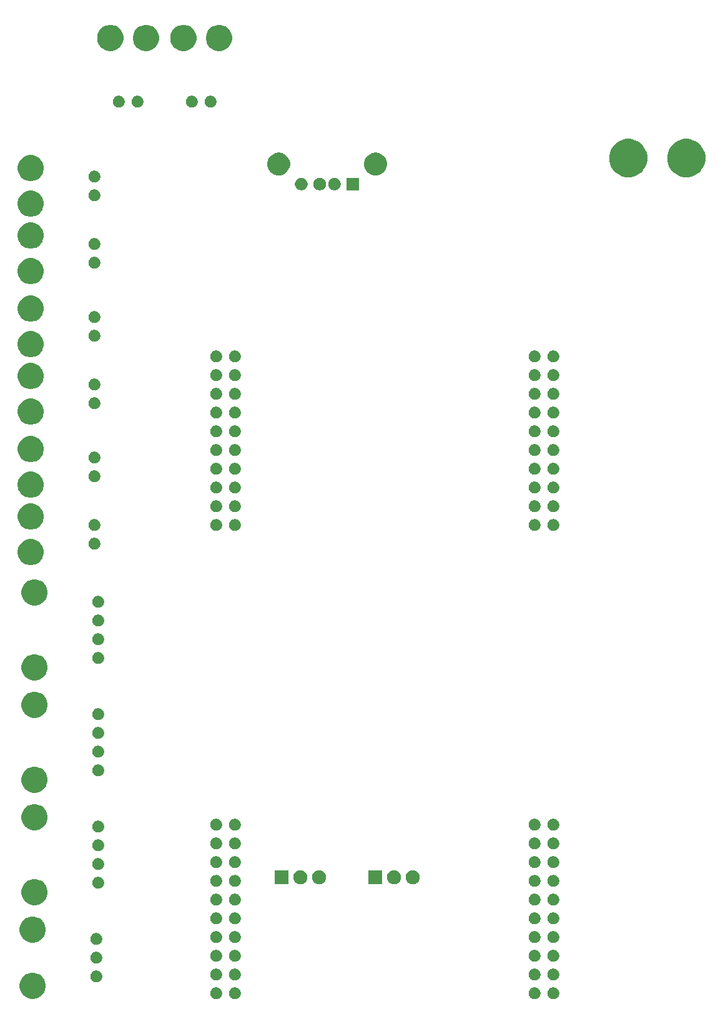
<source format=gbr>
%TF.GenerationSoftware,KiCad,Pcbnew,(5.1.6)-1*%
%TF.CreationDate,2021-11-17T19:09:55-06:00*%
%TF.ProjectId,SRA_Sensor_Board,5352415f-5365-46e7-936f-725f426f6172,rev?*%
%TF.SameCoordinates,Original*%
%TF.FileFunction,Soldermask,Bot*%
%TF.FilePolarity,Negative*%
%FSLAX46Y46*%
G04 Gerber Fmt 4.6, Leading zero omitted, Abs format (unit mm)*
G04 Created by KiCad (PCBNEW (5.1.6)-1) date 2021-11-17 19:09:55*
%MOMM*%
%LPD*%
G01*
G04 APERTURE LIST*
%ADD10C,0.100000*%
G04 APERTURE END LIST*
D10*
G36*
X45448560Y-138666166D02*
G01*
X45596153Y-138727301D01*
X45728982Y-138816055D01*
X45841945Y-138929018D01*
X45930699Y-139061847D01*
X45991834Y-139209440D01*
X46023000Y-139366123D01*
X46023000Y-139525877D01*
X45991834Y-139682560D01*
X45930699Y-139830153D01*
X45841945Y-139962982D01*
X45728982Y-140075945D01*
X45596153Y-140164699D01*
X45596152Y-140164700D01*
X45596151Y-140164700D01*
X45448560Y-140225834D01*
X45291878Y-140257000D01*
X45132122Y-140257000D01*
X44975440Y-140225834D01*
X44827849Y-140164700D01*
X44827848Y-140164700D01*
X44827847Y-140164699D01*
X44695018Y-140075945D01*
X44582055Y-139962982D01*
X44493301Y-139830153D01*
X44432166Y-139682560D01*
X44401000Y-139525877D01*
X44401000Y-139366123D01*
X44432166Y-139209440D01*
X44493301Y-139061847D01*
X44582055Y-138929018D01*
X44695018Y-138816055D01*
X44827847Y-138727301D01*
X44975440Y-138666166D01*
X45132122Y-138635000D01*
X45291878Y-138635000D01*
X45448560Y-138666166D01*
G37*
G36*
X86088560Y-138666166D02*
G01*
X86236153Y-138727301D01*
X86368982Y-138816055D01*
X86481945Y-138929018D01*
X86570699Y-139061847D01*
X86631834Y-139209440D01*
X86663000Y-139366123D01*
X86663000Y-139525877D01*
X86631834Y-139682560D01*
X86570699Y-139830153D01*
X86481945Y-139962982D01*
X86368982Y-140075945D01*
X86236153Y-140164699D01*
X86236152Y-140164700D01*
X86236151Y-140164700D01*
X86088560Y-140225834D01*
X85931878Y-140257000D01*
X85772122Y-140257000D01*
X85615440Y-140225834D01*
X85467849Y-140164700D01*
X85467848Y-140164700D01*
X85467847Y-140164699D01*
X85335018Y-140075945D01*
X85222055Y-139962982D01*
X85133301Y-139830153D01*
X85072166Y-139682560D01*
X85041000Y-139525877D01*
X85041000Y-139366123D01*
X85072166Y-139209440D01*
X85133301Y-139061847D01*
X85222055Y-138929018D01*
X85335018Y-138816055D01*
X85467847Y-138727301D01*
X85615440Y-138666166D01*
X85772122Y-138635000D01*
X85931878Y-138635000D01*
X86088560Y-138666166D01*
G37*
G36*
X88628560Y-138666166D02*
G01*
X88776153Y-138727301D01*
X88908982Y-138816055D01*
X89021945Y-138929018D01*
X89110699Y-139061847D01*
X89171834Y-139209440D01*
X89203000Y-139366123D01*
X89203000Y-139525877D01*
X89171834Y-139682560D01*
X89110699Y-139830153D01*
X89021945Y-139962982D01*
X88908982Y-140075945D01*
X88776153Y-140164699D01*
X88776152Y-140164700D01*
X88776151Y-140164700D01*
X88628560Y-140225834D01*
X88471878Y-140257000D01*
X88312122Y-140257000D01*
X88155440Y-140225834D01*
X88007849Y-140164700D01*
X88007848Y-140164700D01*
X88007847Y-140164699D01*
X87875018Y-140075945D01*
X87762055Y-139962982D01*
X87673301Y-139830153D01*
X87612166Y-139682560D01*
X87581000Y-139525877D01*
X87581000Y-139366123D01*
X87612166Y-139209440D01*
X87673301Y-139061847D01*
X87762055Y-138929018D01*
X87875018Y-138816055D01*
X88007847Y-138727301D01*
X88155440Y-138666166D01*
X88312122Y-138635000D01*
X88471878Y-138635000D01*
X88628560Y-138666166D01*
G37*
G36*
X42908560Y-138666166D02*
G01*
X43056153Y-138727301D01*
X43188982Y-138816055D01*
X43301945Y-138929018D01*
X43390699Y-139061847D01*
X43451834Y-139209440D01*
X43483000Y-139366123D01*
X43483000Y-139525877D01*
X43451834Y-139682560D01*
X43390699Y-139830153D01*
X43301945Y-139962982D01*
X43188982Y-140075945D01*
X43056153Y-140164699D01*
X43056152Y-140164700D01*
X43056151Y-140164700D01*
X42908560Y-140225834D01*
X42751878Y-140257000D01*
X42592122Y-140257000D01*
X42435440Y-140225834D01*
X42287849Y-140164700D01*
X42287848Y-140164700D01*
X42287847Y-140164699D01*
X42155018Y-140075945D01*
X42042055Y-139962982D01*
X41953301Y-139830153D01*
X41892166Y-139682560D01*
X41861000Y-139525877D01*
X41861000Y-139366123D01*
X41892166Y-139209440D01*
X41953301Y-139061847D01*
X42042055Y-138929018D01*
X42155018Y-138816055D01*
X42287847Y-138727301D01*
X42435440Y-138666166D01*
X42592122Y-138635000D01*
X42751878Y-138635000D01*
X42908560Y-138666166D01*
G37*
G36*
X18298039Y-136722250D02*
G01*
X18487372Y-136800675D01*
X18621251Y-136856129D01*
X18912134Y-137050491D01*
X19159509Y-137297866D01*
X19353871Y-137588749D01*
X19353871Y-137588750D01*
X19487750Y-137911961D01*
X19556000Y-138255078D01*
X19556000Y-138604922D01*
X19487750Y-138948039D01*
X19440609Y-139061847D01*
X19353871Y-139271251D01*
X19159509Y-139562134D01*
X18912134Y-139809509D01*
X18621251Y-140003871D01*
X18487372Y-140059325D01*
X18298039Y-140137750D01*
X17954922Y-140206000D01*
X17605078Y-140206000D01*
X17261961Y-140137750D01*
X17072628Y-140059325D01*
X16938749Y-140003871D01*
X16647866Y-139809509D01*
X16400491Y-139562134D01*
X16206129Y-139271251D01*
X16119391Y-139061847D01*
X16072250Y-138948039D01*
X16004000Y-138604922D01*
X16004000Y-138255078D01*
X16072250Y-137911961D01*
X16206129Y-137588750D01*
X16206129Y-137588749D01*
X16400491Y-137297866D01*
X16647866Y-137050491D01*
X16938749Y-136856129D01*
X17072628Y-136800675D01*
X17261961Y-136722250D01*
X17605078Y-136654000D01*
X17954922Y-136654000D01*
X18298039Y-136722250D01*
G37*
G36*
X26653142Y-136378242D02*
G01*
X26801101Y-136439529D01*
X26934255Y-136528499D01*
X27047501Y-136641745D01*
X27136471Y-136774899D01*
X27197758Y-136922858D01*
X27229000Y-137079925D01*
X27229000Y-137240075D01*
X27197758Y-137397142D01*
X27136471Y-137545101D01*
X27047501Y-137678255D01*
X26934255Y-137791501D01*
X26801101Y-137880471D01*
X26653142Y-137941758D01*
X26496075Y-137973000D01*
X26335925Y-137973000D01*
X26178858Y-137941758D01*
X26030899Y-137880471D01*
X25897745Y-137791501D01*
X25784499Y-137678255D01*
X25695529Y-137545101D01*
X25634242Y-137397142D01*
X25603000Y-137240075D01*
X25603000Y-137079925D01*
X25634242Y-136922858D01*
X25695529Y-136774899D01*
X25784499Y-136641745D01*
X25897745Y-136528499D01*
X26030899Y-136439529D01*
X26178858Y-136378242D01*
X26335925Y-136347000D01*
X26496075Y-136347000D01*
X26653142Y-136378242D01*
G37*
G36*
X42908560Y-136126166D02*
G01*
X43056153Y-136187301D01*
X43188982Y-136276055D01*
X43301945Y-136389018D01*
X43335696Y-136439529D01*
X43390700Y-136521849D01*
X43451834Y-136669440D01*
X43483000Y-136826122D01*
X43483000Y-136985878D01*
X43451834Y-137142560D01*
X43411443Y-137240074D01*
X43390699Y-137290153D01*
X43301945Y-137422982D01*
X43188982Y-137535945D01*
X43056153Y-137624699D01*
X43056152Y-137624700D01*
X43056151Y-137624700D01*
X42908560Y-137685834D01*
X42751878Y-137717000D01*
X42592122Y-137717000D01*
X42435440Y-137685834D01*
X42287849Y-137624700D01*
X42287848Y-137624700D01*
X42287847Y-137624699D01*
X42155018Y-137535945D01*
X42042055Y-137422982D01*
X41953301Y-137290153D01*
X41932558Y-137240074D01*
X41892166Y-137142560D01*
X41861000Y-136985878D01*
X41861000Y-136826122D01*
X41892166Y-136669440D01*
X41953300Y-136521849D01*
X42008305Y-136439529D01*
X42042055Y-136389018D01*
X42155018Y-136276055D01*
X42287847Y-136187301D01*
X42435440Y-136126166D01*
X42592122Y-136095000D01*
X42751878Y-136095000D01*
X42908560Y-136126166D01*
G37*
G36*
X88628560Y-136126166D02*
G01*
X88776153Y-136187301D01*
X88908982Y-136276055D01*
X89021945Y-136389018D01*
X89055696Y-136439529D01*
X89110700Y-136521849D01*
X89171834Y-136669440D01*
X89203000Y-136826122D01*
X89203000Y-136985878D01*
X89171834Y-137142560D01*
X89131443Y-137240074D01*
X89110699Y-137290153D01*
X89021945Y-137422982D01*
X88908982Y-137535945D01*
X88776153Y-137624699D01*
X88776152Y-137624700D01*
X88776151Y-137624700D01*
X88628560Y-137685834D01*
X88471878Y-137717000D01*
X88312122Y-137717000D01*
X88155440Y-137685834D01*
X88007849Y-137624700D01*
X88007848Y-137624700D01*
X88007847Y-137624699D01*
X87875018Y-137535945D01*
X87762055Y-137422982D01*
X87673301Y-137290153D01*
X87652558Y-137240074D01*
X87612166Y-137142560D01*
X87581000Y-136985878D01*
X87581000Y-136826122D01*
X87612166Y-136669440D01*
X87673300Y-136521849D01*
X87728305Y-136439529D01*
X87762055Y-136389018D01*
X87875018Y-136276055D01*
X88007847Y-136187301D01*
X88155440Y-136126166D01*
X88312122Y-136095000D01*
X88471878Y-136095000D01*
X88628560Y-136126166D01*
G37*
G36*
X45448560Y-136126166D02*
G01*
X45596153Y-136187301D01*
X45728982Y-136276055D01*
X45841945Y-136389018D01*
X45875696Y-136439529D01*
X45930700Y-136521849D01*
X45991834Y-136669440D01*
X46023000Y-136826122D01*
X46023000Y-136985878D01*
X45991834Y-137142560D01*
X45951443Y-137240074D01*
X45930699Y-137290153D01*
X45841945Y-137422982D01*
X45728982Y-137535945D01*
X45596153Y-137624699D01*
X45596152Y-137624700D01*
X45596151Y-137624700D01*
X45448560Y-137685834D01*
X45291878Y-137717000D01*
X45132122Y-137717000D01*
X44975440Y-137685834D01*
X44827849Y-137624700D01*
X44827848Y-137624700D01*
X44827847Y-137624699D01*
X44695018Y-137535945D01*
X44582055Y-137422982D01*
X44493301Y-137290153D01*
X44472558Y-137240074D01*
X44432166Y-137142560D01*
X44401000Y-136985878D01*
X44401000Y-136826122D01*
X44432166Y-136669440D01*
X44493300Y-136521849D01*
X44548305Y-136439529D01*
X44582055Y-136389018D01*
X44695018Y-136276055D01*
X44827847Y-136187301D01*
X44975440Y-136126166D01*
X45132122Y-136095000D01*
X45291878Y-136095000D01*
X45448560Y-136126166D01*
G37*
G36*
X86088560Y-136126166D02*
G01*
X86236153Y-136187301D01*
X86368982Y-136276055D01*
X86481945Y-136389018D01*
X86515696Y-136439529D01*
X86570700Y-136521849D01*
X86631834Y-136669440D01*
X86663000Y-136826122D01*
X86663000Y-136985878D01*
X86631834Y-137142560D01*
X86591443Y-137240074D01*
X86570699Y-137290153D01*
X86481945Y-137422982D01*
X86368982Y-137535945D01*
X86236153Y-137624699D01*
X86236152Y-137624700D01*
X86236151Y-137624700D01*
X86088560Y-137685834D01*
X85931878Y-137717000D01*
X85772122Y-137717000D01*
X85615440Y-137685834D01*
X85467849Y-137624700D01*
X85467848Y-137624700D01*
X85467847Y-137624699D01*
X85335018Y-137535945D01*
X85222055Y-137422982D01*
X85133301Y-137290153D01*
X85112558Y-137240074D01*
X85072166Y-137142560D01*
X85041000Y-136985878D01*
X85041000Y-136826122D01*
X85072166Y-136669440D01*
X85133300Y-136521849D01*
X85188305Y-136439529D01*
X85222055Y-136389018D01*
X85335018Y-136276055D01*
X85467847Y-136187301D01*
X85615440Y-136126166D01*
X85772122Y-136095000D01*
X85931878Y-136095000D01*
X86088560Y-136126166D01*
G37*
G36*
X26653142Y-133838242D02*
G01*
X26801101Y-133899529D01*
X26934255Y-133988499D01*
X27047501Y-134101745D01*
X27136471Y-134234899D01*
X27197758Y-134382858D01*
X27229000Y-134539925D01*
X27229000Y-134700075D01*
X27197758Y-134857142D01*
X27136471Y-135005101D01*
X27047501Y-135138255D01*
X26934255Y-135251501D01*
X26801101Y-135340471D01*
X26653142Y-135401758D01*
X26496075Y-135433000D01*
X26335925Y-135433000D01*
X26178858Y-135401758D01*
X26030899Y-135340471D01*
X25897745Y-135251501D01*
X25784499Y-135138255D01*
X25695529Y-135005101D01*
X25634242Y-134857142D01*
X25603000Y-134700075D01*
X25603000Y-134539925D01*
X25634242Y-134382858D01*
X25695529Y-134234899D01*
X25784499Y-134101745D01*
X25897745Y-133988499D01*
X26030899Y-133899529D01*
X26178858Y-133838242D01*
X26335925Y-133807000D01*
X26496075Y-133807000D01*
X26653142Y-133838242D01*
G37*
G36*
X88628560Y-133586166D02*
G01*
X88776153Y-133647301D01*
X88908982Y-133736055D01*
X89021945Y-133849018D01*
X89055696Y-133899529D01*
X89110700Y-133981849D01*
X89171834Y-134129440D01*
X89203000Y-134286122D01*
X89203000Y-134445878D01*
X89171834Y-134602560D01*
X89131443Y-134700074D01*
X89110699Y-134750153D01*
X89021945Y-134882982D01*
X88908982Y-134995945D01*
X88776153Y-135084699D01*
X88776152Y-135084700D01*
X88776151Y-135084700D01*
X88628560Y-135145834D01*
X88471878Y-135177000D01*
X88312122Y-135177000D01*
X88155440Y-135145834D01*
X88007849Y-135084700D01*
X88007848Y-135084700D01*
X88007847Y-135084699D01*
X87875018Y-134995945D01*
X87762055Y-134882982D01*
X87673301Y-134750153D01*
X87652558Y-134700074D01*
X87612166Y-134602560D01*
X87581000Y-134445878D01*
X87581000Y-134286122D01*
X87612166Y-134129440D01*
X87673300Y-133981849D01*
X87728305Y-133899529D01*
X87762055Y-133849018D01*
X87875018Y-133736055D01*
X88007847Y-133647301D01*
X88155440Y-133586166D01*
X88312122Y-133555000D01*
X88471878Y-133555000D01*
X88628560Y-133586166D01*
G37*
G36*
X45448560Y-133586166D02*
G01*
X45596153Y-133647301D01*
X45728982Y-133736055D01*
X45841945Y-133849018D01*
X45875696Y-133899529D01*
X45930700Y-133981849D01*
X45991834Y-134129440D01*
X46023000Y-134286122D01*
X46023000Y-134445878D01*
X45991834Y-134602560D01*
X45951443Y-134700074D01*
X45930699Y-134750153D01*
X45841945Y-134882982D01*
X45728982Y-134995945D01*
X45596153Y-135084699D01*
X45596152Y-135084700D01*
X45596151Y-135084700D01*
X45448560Y-135145834D01*
X45291878Y-135177000D01*
X45132122Y-135177000D01*
X44975440Y-135145834D01*
X44827849Y-135084700D01*
X44827848Y-135084700D01*
X44827847Y-135084699D01*
X44695018Y-134995945D01*
X44582055Y-134882982D01*
X44493301Y-134750153D01*
X44472558Y-134700074D01*
X44432166Y-134602560D01*
X44401000Y-134445878D01*
X44401000Y-134286122D01*
X44432166Y-134129440D01*
X44493300Y-133981849D01*
X44548305Y-133899529D01*
X44582055Y-133849018D01*
X44695018Y-133736055D01*
X44827847Y-133647301D01*
X44975440Y-133586166D01*
X45132122Y-133555000D01*
X45291878Y-133555000D01*
X45448560Y-133586166D01*
G37*
G36*
X42908560Y-133586166D02*
G01*
X43056153Y-133647301D01*
X43188982Y-133736055D01*
X43301945Y-133849018D01*
X43335696Y-133899529D01*
X43390700Y-133981849D01*
X43451834Y-134129440D01*
X43483000Y-134286122D01*
X43483000Y-134445878D01*
X43451834Y-134602560D01*
X43411443Y-134700074D01*
X43390699Y-134750153D01*
X43301945Y-134882982D01*
X43188982Y-134995945D01*
X43056153Y-135084699D01*
X43056152Y-135084700D01*
X43056151Y-135084700D01*
X42908560Y-135145834D01*
X42751878Y-135177000D01*
X42592122Y-135177000D01*
X42435440Y-135145834D01*
X42287849Y-135084700D01*
X42287848Y-135084700D01*
X42287847Y-135084699D01*
X42155018Y-134995945D01*
X42042055Y-134882982D01*
X41953301Y-134750153D01*
X41932558Y-134700074D01*
X41892166Y-134602560D01*
X41861000Y-134445878D01*
X41861000Y-134286122D01*
X41892166Y-134129440D01*
X41953300Y-133981849D01*
X42008305Y-133899529D01*
X42042055Y-133849018D01*
X42155018Y-133736055D01*
X42287847Y-133647301D01*
X42435440Y-133586166D01*
X42592122Y-133555000D01*
X42751878Y-133555000D01*
X42908560Y-133586166D01*
G37*
G36*
X86088560Y-133586166D02*
G01*
X86236153Y-133647301D01*
X86368982Y-133736055D01*
X86481945Y-133849018D01*
X86515696Y-133899529D01*
X86570700Y-133981849D01*
X86631834Y-134129440D01*
X86663000Y-134286122D01*
X86663000Y-134445878D01*
X86631834Y-134602560D01*
X86591443Y-134700074D01*
X86570699Y-134750153D01*
X86481945Y-134882982D01*
X86368982Y-134995945D01*
X86236153Y-135084699D01*
X86236152Y-135084700D01*
X86236151Y-135084700D01*
X86088560Y-135145834D01*
X85931878Y-135177000D01*
X85772122Y-135177000D01*
X85615440Y-135145834D01*
X85467849Y-135084700D01*
X85467848Y-135084700D01*
X85467847Y-135084699D01*
X85335018Y-134995945D01*
X85222055Y-134882982D01*
X85133301Y-134750153D01*
X85112558Y-134700074D01*
X85072166Y-134602560D01*
X85041000Y-134445878D01*
X85041000Y-134286122D01*
X85072166Y-134129440D01*
X85133300Y-133981849D01*
X85188305Y-133899529D01*
X85222055Y-133849018D01*
X85335018Y-133736055D01*
X85467847Y-133647301D01*
X85615440Y-133586166D01*
X85772122Y-133555000D01*
X85931878Y-133555000D01*
X86088560Y-133586166D01*
G37*
G36*
X26653142Y-131298242D02*
G01*
X26801101Y-131359529D01*
X26934255Y-131448499D01*
X27047501Y-131561745D01*
X27136471Y-131694899D01*
X27197758Y-131842858D01*
X27229000Y-131999925D01*
X27229000Y-132160075D01*
X27197758Y-132317142D01*
X27136471Y-132465101D01*
X27047501Y-132598255D01*
X26934255Y-132711501D01*
X26801101Y-132800471D01*
X26653142Y-132861758D01*
X26496075Y-132893000D01*
X26335925Y-132893000D01*
X26178858Y-132861758D01*
X26030899Y-132800471D01*
X25897745Y-132711501D01*
X25784499Y-132598255D01*
X25695529Y-132465101D01*
X25634242Y-132317142D01*
X25603000Y-132160075D01*
X25603000Y-131999925D01*
X25634242Y-131842858D01*
X25695529Y-131694899D01*
X25784499Y-131561745D01*
X25897745Y-131448499D01*
X26030899Y-131359529D01*
X26178858Y-131298242D01*
X26335925Y-131267000D01*
X26496075Y-131267000D01*
X26653142Y-131298242D01*
G37*
G36*
X45448560Y-131046166D02*
G01*
X45596153Y-131107301D01*
X45728982Y-131196055D01*
X45841945Y-131309018D01*
X45875696Y-131359529D01*
X45930700Y-131441849D01*
X45991834Y-131589440D01*
X46023000Y-131746122D01*
X46023000Y-131905878D01*
X45991834Y-132062560D01*
X45951443Y-132160074D01*
X45930699Y-132210153D01*
X45841945Y-132342982D01*
X45728982Y-132455945D01*
X45596153Y-132544699D01*
X45596152Y-132544700D01*
X45596151Y-132544700D01*
X45448560Y-132605834D01*
X45291878Y-132637000D01*
X45132122Y-132637000D01*
X44975440Y-132605834D01*
X44827849Y-132544700D01*
X44827848Y-132544700D01*
X44827847Y-132544699D01*
X44695018Y-132455945D01*
X44582055Y-132342982D01*
X44493301Y-132210153D01*
X44472558Y-132160074D01*
X44432166Y-132062560D01*
X44401000Y-131905878D01*
X44401000Y-131746122D01*
X44432166Y-131589440D01*
X44493300Y-131441849D01*
X44548305Y-131359529D01*
X44582055Y-131309018D01*
X44695018Y-131196055D01*
X44827847Y-131107301D01*
X44975440Y-131046166D01*
X45132122Y-131015000D01*
X45291878Y-131015000D01*
X45448560Y-131046166D01*
G37*
G36*
X88628560Y-131046166D02*
G01*
X88776153Y-131107301D01*
X88908982Y-131196055D01*
X89021945Y-131309018D01*
X89055696Y-131359529D01*
X89110700Y-131441849D01*
X89171834Y-131589440D01*
X89203000Y-131746122D01*
X89203000Y-131905878D01*
X89171834Y-132062560D01*
X89131443Y-132160074D01*
X89110699Y-132210153D01*
X89021945Y-132342982D01*
X88908982Y-132455945D01*
X88776153Y-132544699D01*
X88776152Y-132544700D01*
X88776151Y-132544700D01*
X88628560Y-132605834D01*
X88471878Y-132637000D01*
X88312122Y-132637000D01*
X88155440Y-132605834D01*
X88007849Y-132544700D01*
X88007848Y-132544700D01*
X88007847Y-132544699D01*
X87875018Y-132455945D01*
X87762055Y-132342982D01*
X87673301Y-132210153D01*
X87652558Y-132160074D01*
X87612166Y-132062560D01*
X87581000Y-131905878D01*
X87581000Y-131746122D01*
X87612166Y-131589440D01*
X87673300Y-131441849D01*
X87728305Y-131359529D01*
X87762055Y-131309018D01*
X87875018Y-131196055D01*
X88007847Y-131107301D01*
X88155440Y-131046166D01*
X88312122Y-131015000D01*
X88471878Y-131015000D01*
X88628560Y-131046166D01*
G37*
G36*
X42908560Y-131046166D02*
G01*
X43056153Y-131107301D01*
X43188982Y-131196055D01*
X43301945Y-131309018D01*
X43335696Y-131359529D01*
X43390700Y-131441849D01*
X43451834Y-131589440D01*
X43483000Y-131746122D01*
X43483000Y-131905878D01*
X43451834Y-132062560D01*
X43411443Y-132160074D01*
X43390699Y-132210153D01*
X43301945Y-132342982D01*
X43188982Y-132455945D01*
X43056153Y-132544699D01*
X43056152Y-132544700D01*
X43056151Y-132544700D01*
X42908560Y-132605834D01*
X42751878Y-132637000D01*
X42592122Y-132637000D01*
X42435440Y-132605834D01*
X42287849Y-132544700D01*
X42287848Y-132544700D01*
X42287847Y-132544699D01*
X42155018Y-132455945D01*
X42042055Y-132342982D01*
X41953301Y-132210153D01*
X41932558Y-132160074D01*
X41892166Y-132062560D01*
X41861000Y-131905878D01*
X41861000Y-131746122D01*
X41892166Y-131589440D01*
X41953300Y-131441849D01*
X42008305Y-131359529D01*
X42042055Y-131309018D01*
X42155018Y-131196055D01*
X42287847Y-131107301D01*
X42435440Y-131046166D01*
X42592122Y-131015000D01*
X42751878Y-131015000D01*
X42908560Y-131046166D01*
G37*
G36*
X86088560Y-131046166D02*
G01*
X86236153Y-131107301D01*
X86368982Y-131196055D01*
X86481945Y-131309018D01*
X86515696Y-131359529D01*
X86570700Y-131441849D01*
X86631834Y-131589440D01*
X86663000Y-131746122D01*
X86663000Y-131905878D01*
X86631834Y-132062560D01*
X86591443Y-132160074D01*
X86570699Y-132210153D01*
X86481945Y-132342982D01*
X86368982Y-132455945D01*
X86236153Y-132544699D01*
X86236152Y-132544700D01*
X86236151Y-132544700D01*
X86088560Y-132605834D01*
X85931878Y-132637000D01*
X85772122Y-132637000D01*
X85615440Y-132605834D01*
X85467849Y-132544700D01*
X85467848Y-132544700D01*
X85467847Y-132544699D01*
X85335018Y-132455945D01*
X85222055Y-132342982D01*
X85133301Y-132210153D01*
X85112558Y-132160074D01*
X85072166Y-132062560D01*
X85041000Y-131905878D01*
X85041000Y-131746122D01*
X85072166Y-131589440D01*
X85133300Y-131441849D01*
X85188305Y-131359529D01*
X85222055Y-131309018D01*
X85335018Y-131196055D01*
X85467847Y-131107301D01*
X85615440Y-131046166D01*
X85772122Y-131015000D01*
X85931878Y-131015000D01*
X86088560Y-131046166D01*
G37*
G36*
X18298039Y-129102250D02*
G01*
X18487372Y-129180675D01*
X18621251Y-129236129D01*
X18912134Y-129430491D01*
X19159509Y-129677866D01*
X19353871Y-129968749D01*
X19353871Y-129968750D01*
X19487750Y-130291961D01*
X19556000Y-130635078D01*
X19556000Y-130984922D01*
X19487750Y-131328039D01*
X19437853Y-131448501D01*
X19353871Y-131651251D01*
X19159509Y-131942134D01*
X18912134Y-132189509D01*
X18621251Y-132383871D01*
X18487372Y-132439325D01*
X18298039Y-132517750D01*
X17954922Y-132586000D01*
X17605078Y-132586000D01*
X17261961Y-132517750D01*
X17072628Y-132439325D01*
X16938749Y-132383871D01*
X16647866Y-132189509D01*
X16400491Y-131942134D01*
X16206129Y-131651251D01*
X16122147Y-131448501D01*
X16072250Y-131328039D01*
X16004000Y-130984922D01*
X16004000Y-130635078D01*
X16072250Y-130291961D01*
X16206129Y-129968750D01*
X16206129Y-129968749D01*
X16400491Y-129677866D01*
X16647866Y-129430491D01*
X16938749Y-129236129D01*
X17072628Y-129180675D01*
X17261961Y-129102250D01*
X17605078Y-129034000D01*
X17954922Y-129034000D01*
X18298039Y-129102250D01*
G37*
G36*
X45448560Y-128506166D02*
G01*
X45596153Y-128567301D01*
X45728982Y-128656055D01*
X45841945Y-128769018D01*
X45930700Y-128901849D01*
X45991834Y-129049440D01*
X46002339Y-129102250D01*
X46023000Y-129206123D01*
X46023000Y-129365877D01*
X45991834Y-129522560D01*
X45930699Y-129670153D01*
X45841945Y-129802982D01*
X45728982Y-129915945D01*
X45596153Y-130004699D01*
X45596152Y-130004700D01*
X45596151Y-130004700D01*
X45448560Y-130065834D01*
X45291878Y-130097000D01*
X45132122Y-130097000D01*
X44975440Y-130065834D01*
X44827849Y-130004700D01*
X44827848Y-130004700D01*
X44827847Y-130004699D01*
X44695018Y-129915945D01*
X44582055Y-129802982D01*
X44493301Y-129670153D01*
X44432166Y-129522560D01*
X44401000Y-129365877D01*
X44401000Y-129206123D01*
X44421662Y-129102250D01*
X44432166Y-129049440D01*
X44493300Y-128901849D01*
X44582055Y-128769018D01*
X44695018Y-128656055D01*
X44827847Y-128567301D01*
X44975440Y-128506166D01*
X45132122Y-128475000D01*
X45291878Y-128475000D01*
X45448560Y-128506166D01*
G37*
G36*
X42908560Y-128506166D02*
G01*
X43056153Y-128567301D01*
X43188982Y-128656055D01*
X43301945Y-128769018D01*
X43390700Y-128901849D01*
X43451834Y-129049440D01*
X43462339Y-129102250D01*
X43483000Y-129206123D01*
X43483000Y-129365877D01*
X43451834Y-129522560D01*
X43390699Y-129670153D01*
X43301945Y-129802982D01*
X43188982Y-129915945D01*
X43056153Y-130004699D01*
X43056152Y-130004700D01*
X43056151Y-130004700D01*
X42908560Y-130065834D01*
X42751878Y-130097000D01*
X42592122Y-130097000D01*
X42435440Y-130065834D01*
X42287849Y-130004700D01*
X42287848Y-130004700D01*
X42287847Y-130004699D01*
X42155018Y-129915945D01*
X42042055Y-129802982D01*
X41953301Y-129670153D01*
X41892166Y-129522560D01*
X41861000Y-129365877D01*
X41861000Y-129206123D01*
X41881662Y-129102250D01*
X41892166Y-129049440D01*
X41953300Y-128901849D01*
X42042055Y-128769018D01*
X42155018Y-128656055D01*
X42287847Y-128567301D01*
X42435440Y-128506166D01*
X42592122Y-128475000D01*
X42751878Y-128475000D01*
X42908560Y-128506166D01*
G37*
G36*
X86088560Y-128506166D02*
G01*
X86236153Y-128567301D01*
X86368982Y-128656055D01*
X86481945Y-128769018D01*
X86570700Y-128901849D01*
X86631834Y-129049440D01*
X86642339Y-129102250D01*
X86663000Y-129206123D01*
X86663000Y-129365877D01*
X86631834Y-129522560D01*
X86570699Y-129670153D01*
X86481945Y-129802982D01*
X86368982Y-129915945D01*
X86236153Y-130004699D01*
X86236152Y-130004700D01*
X86236151Y-130004700D01*
X86088560Y-130065834D01*
X85931878Y-130097000D01*
X85772122Y-130097000D01*
X85615440Y-130065834D01*
X85467849Y-130004700D01*
X85467848Y-130004700D01*
X85467847Y-130004699D01*
X85335018Y-129915945D01*
X85222055Y-129802982D01*
X85133301Y-129670153D01*
X85072166Y-129522560D01*
X85041000Y-129365877D01*
X85041000Y-129206123D01*
X85061662Y-129102250D01*
X85072166Y-129049440D01*
X85133300Y-128901849D01*
X85222055Y-128769018D01*
X85335018Y-128656055D01*
X85467847Y-128567301D01*
X85615440Y-128506166D01*
X85772122Y-128475000D01*
X85931878Y-128475000D01*
X86088560Y-128506166D01*
G37*
G36*
X88628560Y-128506166D02*
G01*
X88776153Y-128567301D01*
X88908982Y-128656055D01*
X89021945Y-128769018D01*
X89110700Y-128901849D01*
X89171834Y-129049440D01*
X89182339Y-129102250D01*
X89203000Y-129206123D01*
X89203000Y-129365877D01*
X89171834Y-129522560D01*
X89110699Y-129670153D01*
X89021945Y-129802982D01*
X88908982Y-129915945D01*
X88776153Y-130004699D01*
X88776152Y-130004700D01*
X88776151Y-130004700D01*
X88628560Y-130065834D01*
X88471878Y-130097000D01*
X88312122Y-130097000D01*
X88155440Y-130065834D01*
X88007849Y-130004700D01*
X88007848Y-130004700D01*
X88007847Y-130004699D01*
X87875018Y-129915945D01*
X87762055Y-129802982D01*
X87673301Y-129670153D01*
X87612166Y-129522560D01*
X87581000Y-129365877D01*
X87581000Y-129206123D01*
X87601662Y-129102250D01*
X87612166Y-129049440D01*
X87673300Y-128901849D01*
X87762055Y-128769018D01*
X87875018Y-128656055D01*
X88007847Y-128567301D01*
X88155440Y-128506166D01*
X88312122Y-128475000D01*
X88471878Y-128475000D01*
X88628560Y-128506166D01*
G37*
G36*
X88628560Y-125966166D02*
G01*
X88776153Y-126027301D01*
X88908982Y-126116055D01*
X89021945Y-126229018D01*
X89110699Y-126361847D01*
X89171834Y-126509440D01*
X89203000Y-126666123D01*
X89203000Y-126825877D01*
X89171834Y-126982560D01*
X89110699Y-127130153D01*
X89021945Y-127262982D01*
X88908982Y-127375945D01*
X88776153Y-127464699D01*
X88776152Y-127464700D01*
X88776151Y-127464700D01*
X88628560Y-127525834D01*
X88471878Y-127557000D01*
X88312122Y-127557000D01*
X88155440Y-127525834D01*
X88007849Y-127464700D01*
X88007848Y-127464700D01*
X88007847Y-127464699D01*
X87875018Y-127375945D01*
X87762055Y-127262982D01*
X87673301Y-127130153D01*
X87612166Y-126982560D01*
X87581000Y-126825877D01*
X87581000Y-126666123D01*
X87612166Y-126509440D01*
X87673301Y-126361847D01*
X87762055Y-126229018D01*
X87875018Y-126116055D01*
X88007847Y-126027301D01*
X88155440Y-125966166D01*
X88312122Y-125935000D01*
X88471878Y-125935000D01*
X88628560Y-125966166D01*
G37*
G36*
X86088560Y-125966166D02*
G01*
X86236153Y-126027301D01*
X86368982Y-126116055D01*
X86481945Y-126229018D01*
X86570699Y-126361847D01*
X86631834Y-126509440D01*
X86663000Y-126666123D01*
X86663000Y-126825877D01*
X86631834Y-126982560D01*
X86570699Y-127130153D01*
X86481945Y-127262982D01*
X86368982Y-127375945D01*
X86236153Y-127464699D01*
X86236152Y-127464700D01*
X86236151Y-127464700D01*
X86088560Y-127525834D01*
X85931878Y-127557000D01*
X85772122Y-127557000D01*
X85615440Y-127525834D01*
X85467849Y-127464700D01*
X85467848Y-127464700D01*
X85467847Y-127464699D01*
X85335018Y-127375945D01*
X85222055Y-127262982D01*
X85133301Y-127130153D01*
X85072166Y-126982560D01*
X85041000Y-126825877D01*
X85041000Y-126666123D01*
X85072166Y-126509440D01*
X85133301Y-126361847D01*
X85222055Y-126229018D01*
X85335018Y-126116055D01*
X85467847Y-126027301D01*
X85615440Y-125966166D01*
X85772122Y-125935000D01*
X85931878Y-125935000D01*
X86088560Y-125966166D01*
G37*
G36*
X45448560Y-125966166D02*
G01*
X45596153Y-126027301D01*
X45728982Y-126116055D01*
X45841945Y-126229018D01*
X45930699Y-126361847D01*
X45991834Y-126509440D01*
X46023000Y-126666123D01*
X46023000Y-126825877D01*
X45991834Y-126982560D01*
X45930699Y-127130153D01*
X45841945Y-127262982D01*
X45728982Y-127375945D01*
X45596153Y-127464699D01*
X45596152Y-127464700D01*
X45596151Y-127464700D01*
X45448560Y-127525834D01*
X45291878Y-127557000D01*
X45132122Y-127557000D01*
X44975440Y-127525834D01*
X44827849Y-127464700D01*
X44827848Y-127464700D01*
X44827847Y-127464699D01*
X44695018Y-127375945D01*
X44582055Y-127262982D01*
X44493301Y-127130153D01*
X44432166Y-126982560D01*
X44401000Y-126825877D01*
X44401000Y-126666123D01*
X44432166Y-126509440D01*
X44493301Y-126361847D01*
X44582055Y-126229018D01*
X44695018Y-126116055D01*
X44827847Y-126027301D01*
X44975440Y-125966166D01*
X45132122Y-125935000D01*
X45291878Y-125935000D01*
X45448560Y-125966166D01*
G37*
G36*
X42908560Y-125966166D02*
G01*
X43056153Y-126027301D01*
X43188982Y-126116055D01*
X43301945Y-126229018D01*
X43390699Y-126361847D01*
X43451834Y-126509440D01*
X43483000Y-126666123D01*
X43483000Y-126825877D01*
X43451834Y-126982560D01*
X43390699Y-127130153D01*
X43301945Y-127262982D01*
X43188982Y-127375945D01*
X43056153Y-127464699D01*
X43056152Y-127464700D01*
X43056151Y-127464700D01*
X42908560Y-127525834D01*
X42751878Y-127557000D01*
X42592122Y-127557000D01*
X42435440Y-127525834D01*
X42287849Y-127464700D01*
X42287848Y-127464700D01*
X42287847Y-127464699D01*
X42155018Y-127375945D01*
X42042055Y-127262982D01*
X41953301Y-127130153D01*
X41892166Y-126982560D01*
X41861000Y-126825877D01*
X41861000Y-126666123D01*
X41892166Y-126509440D01*
X41953301Y-126361847D01*
X42042055Y-126229018D01*
X42155018Y-126116055D01*
X42287847Y-126027301D01*
X42435440Y-125966166D01*
X42592122Y-125935000D01*
X42751878Y-125935000D01*
X42908560Y-125966166D01*
G37*
G36*
X18552039Y-124022250D02*
G01*
X18741372Y-124100675D01*
X18875251Y-124156129D01*
X19166134Y-124350491D01*
X19413509Y-124597866D01*
X19607871Y-124888749D01*
X19607871Y-124888750D01*
X19741750Y-125211961D01*
X19810000Y-125555078D01*
X19810000Y-125904922D01*
X19741750Y-126248039D01*
X19694609Y-126361847D01*
X19607871Y-126571251D01*
X19413509Y-126862134D01*
X19166134Y-127109509D01*
X18875251Y-127303871D01*
X18741372Y-127359325D01*
X18552039Y-127437750D01*
X18208922Y-127506000D01*
X17859078Y-127506000D01*
X17515961Y-127437750D01*
X17326628Y-127359325D01*
X17192749Y-127303871D01*
X16901866Y-127109509D01*
X16654491Y-126862134D01*
X16460129Y-126571251D01*
X16373391Y-126361847D01*
X16326250Y-126248039D01*
X16258000Y-125904922D01*
X16258000Y-125555078D01*
X16326250Y-125211961D01*
X16460129Y-124888750D01*
X16460129Y-124888749D01*
X16654491Y-124597866D01*
X16901866Y-124350491D01*
X17192749Y-124156129D01*
X17326628Y-124100675D01*
X17515961Y-124022250D01*
X17859078Y-123954000D01*
X18208922Y-123954000D01*
X18552039Y-124022250D01*
G37*
G36*
X26907142Y-123678242D02*
G01*
X27055101Y-123739529D01*
X27188255Y-123828499D01*
X27301501Y-123941745D01*
X27390471Y-124074899D01*
X27451758Y-124222858D01*
X27483000Y-124379925D01*
X27483000Y-124540075D01*
X27451758Y-124697142D01*
X27390471Y-124845101D01*
X27301501Y-124978255D01*
X27188255Y-125091501D01*
X27055101Y-125180471D01*
X26907142Y-125241758D01*
X26750075Y-125273000D01*
X26589925Y-125273000D01*
X26432858Y-125241758D01*
X26284899Y-125180471D01*
X26151745Y-125091501D01*
X26038499Y-124978255D01*
X25949529Y-124845101D01*
X25888242Y-124697142D01*
X25857000Y-124540075D01*
X25857000Y-124379925D01*
X25888242Y-124222858D01*
X25949529Y-124074899D01*
X26038499Y-123941745D01*
X26151745Y-123828499D01*
X26284899Y-123739529D01*
X26432858Y-123678242D01*
X26589925Y-123647000D01*
X26750075Y-123647000D01*
X26907142Y-123678242D01*
G37*
G36*
X42880598Y-123420604D02*
G01*
X42908560Y-123426166D01*
X43056153Y-123487301D01*
X43188982Y-123576055D01*
X43301945Y-123689018D01*
X43335696Y-123739529D01*
X43390700Y-123821849D01*
X43451834Y-123969440D01*
X43483000Y-124126122D01*
X43483000Y-124285878D01*
X43451834Y-124442560D01*
X43411443Y-124540074D01*
X43390699Y-124590153D01*
X43301945Y-124722982D01*
X43188982Y-124835945D01*
X43056153Y-124924699D01*
X43056152Y-124924700D01*
X43056151Y-124924700D01*
X42908560Y-124985834D01*
X42751878Y-125017000D01*
X42592122Y-125017000D01*
X42435440Y-124985834D01*
X42287849Y-124924700D01*
X42287848Y-124924700D01*
X42287847Y-124924699D01*
X42155018Y-124835945D01*
X42042055Y-124722982D01*
X41953301Y-124590153D01*
X41932558Y-124540074D01*
X41892166Y-124442560D01*
X41861000Y-124285878D01*
X41861000Y-124126122D01*
X41892166Y-123969440D01*
X41953300Y-123821849D01*
X42008305Y-123739529D01*
X42042055Y-123689018D01*
X42155018Y-123576055D01*
X42287847Y-123487301D01*
X42435440Y-123426166D01*
X42463402Y-123420604D01*
X42592122Y-123395000D01*
X42751878Y-123395000D01*
X42880598Y-123420604D01*
G37*
G36*
X86060598Y-123420604D02*
G01*
X86088560Y-123426166D01*
X86236153Y-123487301D01*
X86368982Y-123576055D01*
X86481945Y-123689018D01*
X86515696Y-123739529D01*
X86570700Y-123821849D01*
X86631834Y-123969440D01*
X86663000Y-124126122D01*
X86663000Y-124285878D01*
X86631834Y-124442560D01*
X86591443Y-124540074D01*
X86570699Y-124590153D01*
X86481945Y-124722982D01*
X86368982Y-124835945D01*
X86236153Y-124924699D01*
X86236152Y-124924700D01*
X86236151Y-124924700D01*
X86088560Y-124985834D01*
X85931878Y-125017000D01*
X85772122Y-125017000D01*
X85615440Y-124985834D01*
X85467849Y-124924700D01*
X85467848Y-124924700D01*
X85467847Y-124924699D01*
X85335018Y-124835945D01*
X85222055Y-124722982D01*
X85133301Y-124590153D01*
X85112558Y-124540074D01*
X85072166Y-124442560D01*
X85041000Y-124285878D01*
X85041000Y-124126122D01*
X85072166Y-123969440D01*
X85133300Y-123821849D01*
X85188305Y-123739529D01*
X85222055Y-123689018D01*
X85335018Y-123576055D01*
X85467847Y-123487301D01*
X85615440Y-123426166D01*
X85643402Y-123420604D01*
X85772122Y-123395000D01*
X85931878Y-123395000D01*
X86060598Y-123420604D01*
G37*
G36*
X45420598Y-123420604D02*
G01*
X45448560Y-123426166D01*
X45596153Y-123487301D01*
X45728982Y-123576055D01*
X45841945Y-123689018D01*
X45875696Y-123739529D01*
X45930700Y-123821849D01*
X45991834Y-123969440D01*
X46023000Y-124126122D01*
X46023000Y-124285878D01*
X45991834Y-124442560D01*
X45951443Y-124540074D01*
X45930699Y-124590153D01*
X45841945Y-124722982D01*
X45728982Y-124835945D01*
X45596153Y-124924699D01*
X45596152Y-124924700D01*
X45596151Y-124924700D01*
X45448560Y-124985834D01*
X45291878Y-125017000D01*
X45132122Y-125017000D01*
X44975440Y-124985834D01*
X44827849Y-124924700D01*
X44827848Y-124924700D01*
X44827847Y-124924699D01*
X44695018Y-124835945D01*
X44582055Y-124722982D01*
X44493301Y-124590153D01*
X44472558Y-124540074D01*
X44432166Y-124442560D01*
X44401000Y-124285878D01*
X44401000Y-124126122D01*
X44432166Y-123969440D01*
X44493300Y-123821849D01*
X44548305Y-123739529D01*
X44582055Y-123689018D01*
X44695018Y-123576055D01*
X44827847Y-123487301D01*
X44975440Y-123426166D01*
X45003402Y-123420604D01*
X45132122Y-123395000D01*
X45291878Y-123395000D01*
X45420598Y-123420604D01*
G37*
G36*
X88600598Y-123420604D02*
G01*
X88628560Y-123426166D01*
X88776153Y-123487301D01*
X88908982Y-123576055D01*
X89021945Y-123689018D01*
X89055696Y-123739529D01*
X89110700Y-123821849D01*
X89171834Y-123969440D01*
X89203000Y-124126122D01*
X89203000Y-124285878D01*
X89171834Y-124442560D01*
X89131443Y-124540074D01*
X89110699Y-124590153D01*
X89021945Y-124722982D01*
X88908982Y-124835945D01*
X88776153Y-124924699D01*
X88776152Y-124924700D01*
X88776151Y-124924700D01*
X88628560Y-124985834D01*
X88471878Y-125017000D01*
X88312122Y-125017000D01*
X88155440Y-124985834D01*
X88007849Y-124924700D01*
X88007848Y-124924700D01*
X88007847Y-124924699D01*
X87875018Y-124835945D01*
X87762055Y-124722982D01*
X87673301Y-124590153D01*
X87652558Y-124540074D01*
X87612166Y-124442560D01*
X87581000Y-124285878D01*
X87581000Y-124126122D01*
X87612166Y-123969440D01*
X87673300Y-123821849D01*
X87728305Y-123739529D01*
X87762055Y-123689018D01*
X87875018Y-123576055D01*
X88007847Y-123487301D01*
X88155440Y-123426166D01*
X88183402Y-123420604D01*
X88312122Y-123395000D01*
X88471878Y-123395000D01*
X88600598Y-123420604D01*
G37*
G36*
X65213000Y-124649000D02*
G01*
X63311000Y-124649000D01*
X63311000Y-122747000D01*
X65213000Y-122747000D01*
X65213000Y-124649000D01*
G37*
G36*
X69619395Y-122783546D02*
G01*
X69792466Y-122855234D01*
X69792467Y-122855235D01*
X69948227Y-122959310D01*
X70080690Y-123091773D01*
X70080691Y-123091775D01*
X70184766Y-123247534D01*
X70256454Y-123420605D01*
X70293000Y-123604333D01*
X70293000Y-123791667D01*
X70256454Y-123975395D01*
X70184766Y-124148466D01*
X70135059Y-124222857D01*
X70080690Y-124304227D01*
X69948227Y-124436690D01*
X69869818Y-124489081D01*
X69792466Y-124540766D01*
X69619395Y-124612454D01*
X69435667Y-124649000D01*
X69248333Y-124649000D01*
X69064605Y-124612454D01*
X68891534Y-124540766D01*
X68814182Y-124489081D01*
X68735773Y-124436690D01*
X68603310Y-124304227D01*
X68548941Y-124222857D01*
X68499234Y-124148466D01*
X68427546Y-123975395D01*
X68391000Y-123791667D01*
X68391000Y-123604333D01*
X68427546Y-123420605D01*
X68499234Y-123247534D01*
X68603309Y-123091775D01*
X68603310Y-123091773D01*
X68735773Y-122959310D01*
X68891533Y-122855235D01*
X68891534Y-122855234D01*
X69064605Y-122783546D01*
X69248333Y-122747000D01*
X69435667Y-122747000D01*
X69619395Y-122783546D01*
G37*
G36*
X56919395Y-122783546D02*
G01*
X57092466Y-122855234D01*
X57092467Y-122855235D01*
X57248227Y-122959310D01*
X57380690Y-123091773D01*
X57380691Y-123091775D01*
X57484766Y-123247534D01*
X57556454Y-123420605D01*
X57593000Y-123604333D01*
X57593000Y-123791667D01*
X57556454Y-123975395D01*
X57484766Y-124148466D01*
X57435059Y-124222857D01*
X57380690Y-124304227D01*
X57248227Y-124436690D01*
X57169818Y-124489081D01*
X57092466Y-124540766D01*
X56919395Y-124612454D01*
X56735667Y-124649000D01*
X56548333Y-124649000D01*
X56364605Y-124612454D01*
X56191534Y-124540766D01*
X56114182Y-124489081D01*
X56035773Y-124436690D01*
X55903310Y-124304227D01*
X55848941Y-124222857D01*
X55799234Y-124148466D01*
X55727546Y-123975395D01*
X55691000Y-123791667D01*
X55691000Y-123604333D01*
X55727546Y-123420605D01*
X55799234Y-123247534D01*
X55903309Y-123091775D01*
X55903310Y-123091773D01*
X56035773Y-122959310D01*
X56191533Y-122855235D01*
X56191534Y-122855234D01*
X56364605Y-122783546D01*
X56548333Y-122747000D01*
X56735667Y-122747000D01*
X56919395Y-122783546D01*
G37*
G36*
X67079395Y-122783546D02*
G01*
X67252466Y-122855234D01*
X67252467Y-122855235D01*
X67408227Y-122959310D01*
X67540690Y-123091773D01*
X67540691Y-123091775D01*
X67644766Y-123247534D01*
X67716454Y-123420605D01*
X67753000Y-123604333D01*
X67753000Y-123791667D01*
X67716454Y-123975395D01*
X67644766Y-124148466D01*
X67595059Y-124222857D01*
X67540690Y-124304227D01*
X67408227Y-124436690D01*
X67329818Y-124489081D01*
X67252466Y-124540766D01*
X67079395Y-124612454D01*
X66895667Y-124649000D01*
X66708333Y-124649000D01*
X66524605Y-124612454D01*
X66351534Y-124540766D01*
X66274182Y-124489081D01*
X66195773Y-124436690D01*
X66063310Y-124304227D01*
X66008941Y-124222857D01*
X65959234Y-124148466D01*
X65887546Y-123975395D01*
X65851000Y-123791667D01*
X65851000Y-123604333D01*
X65887546Y-123420605D01*
X65959234Y-123247534D01*
X66063309Y-123091775D01*
X66063310Y-123091773D01*
X66195773Y-122959310D01*
X66351533Y-122855235D01*
X66351534Y-122855234D01*
X66524605Y-122783546D01*
X66708333Y-122747000D01*
X66895667Y-122747000D01*
X67079395Y-122783546D01*
G37*
G36*
X52513000Y-124649000D02*
G01*
X50611000Y-124649000D01*
X50611000Y-122747000D01*
X52513000Y-122747000D01*
X52513000Y-124649000D01*
G37*
G36*
X54379395Y-122783546D02*
G01*
X54552466Y-122855234D01*
X54552467Y-122855235D01*
X54708227Y-122959310D01*
X54840690Y-123091773D01*
X54840691Y-123091775D01*
X54944766Y-123247534D01*
X55016454Y-123420605D01*
X55053000Y-123604333D01*
X55053000Y-123791667D01*
X55016454Y-123975395D01*
X54944766Y-124148466D01*
X54895059Y-124222857D01*
X54840690Y-124304227D01*
X54708227Y-124436690D01*
X54629818Y-124489081D01*
X54552466Y-124540766D01*
X54379395Y-124612454D01*
X54195667Y-124649000D01*
X54008333Y-124649000D01*
X53824605Y-124612454D01*
X53651534Y-124540766D01*
X53574182Y-124489081D01*
X53495773Y-124436690D01*
X53363310Y-124304227D01*
X53308941Y-124222857D01*
X53259234Y-124148466D01*
X53187546Y-123975395D01*
X53151000Y-123791667D01*
X53151000Y-123604333D01*
X53187546Y-123420605D01*
X53259234Y-123247534D01*
X53363309Y-123091775D01*
X53363310Y-123091773D01*
X53495773Y-122959310D01*
X53651533Y-122855235D01*
X53651534Y-122855234D01*
X53824605Y-122783546D01*
X54008333Y-122747000D01*
X54195667Y-122747000D01*
X54379395Y-122783546D01*
G37*
G36*
X26907142Y-121138242D02*
G01*
X27055101Y-121199529D01*
X27188255Y-121288499D01*
X27301501Y-121401745D01*
X27390471Y-121534899D01*
X27451758Y-121682858D01*
X27483000Y-121839925D01*
X27483000Y-122000075D01*
X27451758Y-122157142D01*
X27390471Y-122305101D01*
X27301501Y-122438255D01*
X27188255Y-122551501D01*
X27055101Y-122640471D01*
X26907142Y-122701758D01*
X26750075Y-122733000D01*
X26589925Y-122733000D01*
X26432858Y-122701758D01*
X26284899Y-122640471D01*
X26151745Y-122551501D01*
X26038499Y-122438255D01*
X25949529Y-122305101D01*
X25888242Y-122157142D01*
X25857000Y-122000075D01*
X25857000Y-121839925D01*
X25888242Y-121682858D01*
X25949529Y-121534899D01*
X26038499Y-121401745D01*
X26151745Y-121288499D01*
X26284899Y-121199529D01*
X26432858Y-121138242D01*
X26589925Y-121107000D01*
X26750075Y-121107000D01*
X26907142Y-121138242D01*
G37*
G36*
X45448560Y-120886166D02*
G01*
X45596153Y-120947301D01*
X45728982Y-121036055D01*
X45841945Y-121149018D01*
X45875696Y-121199529D01*
X45930700Y-121281849D01*
X45991834Y-121429440D01*
X46023000Y-121586122D01*
X46023000Y-121745878D01*
X45991834Y-121902560D01*
X45951443Y-122000074D01*
X45930699Y-122050153D01*
X45841945Y-122182982D01*
X45728982Y-122295945D01*
X45596153Y-122384699D01*
X45596152Y-122384700D01*
X45596151Y-122384700D01*
X45448560Y-122445834D01*
X45291878Y-122477000D01*
X45132122Y-122477000D01*
X44975440Y-122445834D01*
X44827849Y-122384700D01*
X44827848Y-122384700D01*
X44827847Y-122384699D01*
X44695018Y-122295945D01*
X44582055Y-122182982D01*
X44493301Y-122050153D01*
X44472558Y-122000074D01*
X44432166Y-121902560D01*
X44401000Y-121745878D01*
X44401000Y-121586122D01*
X44432166Y-121429440D01*
X44493300Y-121281849D01*
X44548305Y-121199529D01*
X44582055Y-121149018D01*
X44695018Y-121036055D01*
X44827847Y-120947301D01*
X44975440Y-120886166D01*
X45132122Y-120855000D01*
X45291878Y-120855000D01*
X45448560Y-120886166D01*
G37*
G36*
X88628560Y-120886166D02*
G01*
X88776153Y-120947301D01*
X88908982Y-121036055D01*
X89021945Y-121149018D01*
X89055696Y-121199529D01*
X89110700Y-121281849D01*
X89171834Y-121429440D01*
X89203000Y-121586122D01*
X89203000Y-121745878D01*
X89171834Y-121902560D01*
X89131443Y-122000074D01*
X89110699Y-122050153D01*
X89021945Y-122182982D01*
X88908982Y-122295945D01*
X88776153Y-122384699D01*
X88776152Y-122384700D01*
X88776151Y-122384700D01*
X88628560Y-122445834D01*
X88471878Y-122477000D01*
X88312122Y-122477000D01*
X88155440Y-122445834D01*
X88007849Y-122384700D01*
X88007848Y-122384700D01*
X88007847Y-122384699D01*
X87875018Y-122295945D01*
X87762055Y-122182982D01*
X87673301Y-122050153D01*
X87652558Y-122000074D01*
X87612166Y-121902560D01*
X87581000Y-121745878D01*
X87581000Y-121586122D01*
X87612166Y-121429440D01*
X87673300Y-121281849D01*
X87728305Y-121199529D01*
X87762055Y-121149018D01*
X87875018Y-121036055D01*
X88007847Y-120947301D01*
X88155440Y-120886166D01*
X88312122Y-120855000D01*
X88471878Y-120855000D01*
X88628560Y-120886166D01*
G37*
G36*
X42908560Y-120886166D02*
G01*
X43056153Y-120947301D01*
X43188982Y-121036055D01*
X43301945Y-121149018D01*
X43335696Y-121199529D01*
X43390700Y-121281849D01*
X43451834Y-121429440D01*
X43483000Y-121586122D01*
X43483000Y-121745878D01*
X43451834Y-121902560D01*
X43411443Y-122000074D01*
X43390699Y-122050153D01*
X43301945Y-122182982D01*
X43188982Y-122295945D01*
X43056153Y-122384699D01*
X43056152Y-122384700D01*
X43056151Y-122384700D01*
X42908560Y-122445834D01*
X42751878Y-122477000D01*
X42592122Y-122477000D01*
X42435440Y-122445834D01*
X42287849Y-122384700D01*
X42287848Y-122384700D01*
X42287847Y-122384699D01*
X42155018Y-122295945D01*
X42042055Y-122182982D01*
X41953301Y-122050153D01*
X41932558Y-122000074D01*
X41892166Y-121902560D01*
X41861000Y-121745878D01*
X41861000Y-121586122D01*
X41892166Y-121429440D01*
X41953300Y-121281849D01*
X42008305Y-121199529D01*
X42042055Y-121149018D01*
X42155018Y-121036055D01*
X42287847Y-120947301D01*
X42435440Y-120886166D01*
X42592122Y-120855000D01*
X42751878Y-120855000D01*
X42908560Y-120886166D01*
G37*
G36*
X86088560Y-120886166D02*
G01*
X86236153Y-120947301D01*
X86368982Y-121036055D01*
X86481945Y-121149018D01*
X86515696Y-121199529D01*
X86570700Y-121281849D01*
X86631834Y-121429440D01*
X86663000Y-121586122D01*
X86663000Y-121745878D01*
X86631834Y-121902560D01*
X86591443Y-122000074D01*
X86570699Y-122050153D01*
X86481945Y-122182982D01*
X86368982Y-122295945D01*
X86236153Y-122384699D01*
X86236152Y-122384700D01*
X86236151Y-122384700D01*
X86088560Y-122445834D01*
X85931878Y-122477000D01*
X85772122Y-122477000D01*
X85615440Y-122445834D01*
X85467849Y-122384700D01*
X85467848Y-122384700D01*
X85467847Y-122384699D01*
X85335018Y-122295945D01*
X85222055Y-122182982D01*
X85133301Y-122050153D01*
X85112558Y-122000074D01*
X85072166Y-121902560D01*
X85041000Y-121745878D01*
X85041000Y-121586122D01*
X85072166Y-121429440D01*
X85133300Y-121281849D01*
X85188305Y-121199529D01*
X85222055Y-121149018D01*
X85335018Y-121036055D01*
X85467847Y-120947301D01*
X85615440Y-120886166D01*
X85772122Y-120855000D01*
X85931878Y-120855000D01*
X86088560Y-120886166D01*
G37*
G36*
X26907142Y-118598242D02*
G01*
X27055101Y-118659529D01*
X27188255Y-118748499D01*
X27301501Y-118861745D01*
X27390471Y-118994899D01*
X27451758Y-119142858D01*
X27483000Y-119299925D01*
X27483000Y-119460075D01*
X27451758Y-119617142D01*
X27390471Y-119765101D01*
X27301501Y-119898255D01*
X27188255Y-120011501D01*
X27055101Y-120100471D01*
X26907142Y-120161758D01*
X26750075Y-120193000D01*
X26589925Y-120193000D01*
X26432858Y-120161758D01*
X26284899Y-120100471D01*
X26151745Y-120011501D01*
X26038499Y-119898255D01*
X25949529Y-119765101D01*
X25888242Y-119617142D01*
X25857000Y-119460075D01*
X25857000Y-119299925D01*
X25888242Y-119142858D01*
X25949529Y-118994899D01*
X26038499Y-118861745D01*
X26151745Y-118748499D01*
X26284899Y-118659529D01*
X26432858Y-118598242D01*
X26589925Y-118567000D01*
X26750075Y-118567000D01*
X26907142Y-118598242D01*
G37*
G36*
X42908560Y-118346166D02*
G01*
X43056153Y-118407301D01*
X43188982Y-118496055D01*
X43301945Y-118609018D01*
X43335696Y-118659529D01*
X43390700Y-118741849D01*
X43451834Y-118889440D01*
X43483000Y-119046122D01*
X43483000Y-119205878D01*
X43451834Y-119362560D01*
X43411443Y-119460074D01*
X43390699Y-119510153D01*
X43301945Y-119642982D01*
X43188982Y-119755945D01*
X43056153Y-119844699D01*
X43056152Y-119844700D01*
X43056151Y-119844700D01*
X42908560Y-119905834D01*
X42751878Y-119937000D01*
X42592122Y-119937000D01*
X42435440Y-119905834D01*
X42287849Y-119844700D01*
X42287848Y-119844700D01*
X42287847Y-119844699D01*
X42155018Y-119755945D01*
X42042055Y-119642982D01*
X41953301Y-119510153D01*
X41932558Y-119460074D01*
X41892166Y-119362560D01*
X41861000Y-119205878D01*
X41861000Y-119046122D01*
X41892166Y-118889440D01*
X41953300Y-118741849D01*
X42008305Y-118659529D01*
X42042055Y-118609018D01*
X42155018Y-118496055D01*
X42287847Y-118407301D01*
X42435440Y-118346166D01*
X42592122Y-118315000D01*
X42751878Y-118315000D01*
X42908560Y-118346166D01*
G37*
G36*
X88628560Y-118346166D02*
G01*
X88776153Y-118407301D01*
X88908982Y-118496055D01*
X89021945Y-118609018D01*
X89055696Y-118659529D01*
X89110700Y-118741849D01*
X89171834Y-118889440D01*
X89203000Y-119046122D01*
X89203000Y-119205878D01*
X89171834Y-119362560D01*
X89131443Y-119460074D01*
X89110699Y-119510153D01*
X89021945Y-119642982D01*
X88908982Y-119755945D01*
X88776153Y-119844699D01*
X88776152Y-119844700D01*
X88776151Y-119844700D01*
X88628560Y-119905834D01*
X88471878Y-119937000D01*
X88312122Y-119937000D01*
X88155440Y-119905834D01*
X88007849Y-119844700D01*
X88007848Y-119844700D01*
X88007847Y-119844699D01*
X87875018Y-119755945D01*
X87762055Y-119642982D01*
X87673301Y-119510153D01*
X87652558Y-119460074D01*
X87612166Y-119362560D01*
X87581000Y-119205878D01*
X87581000Y-119046122D01*
X87612166Y-118889440D01*
X87673300Y-118741849D01*
X87728305Y-118659529D01*
X87762055Y-118609018D01*
X87875018Y-118496055D01*
X88007847Y-118407301D01*
X88155440Y-118346166D01*
X88312122Y-118315000D01*
X88471878Y-118315000D01*
X88628560Y-118346166D01*
G37*
G36*
X86088560Y-118346166D02*
G01*
X86236153Y-118407301D01*
X86368982Y-118496055D01*
X86481945Y-118609018D01*
X86515696Y-118659529D01*
X86570700Y-118741849D01*
X86631834Y-118889440D01*
X86663000Y-119046122D01*
X86663000Y-119205878D01*
X86631834Y-119362560D01*
X86591443Y-119460074D01*
X86570699Y-119510153D01*
X86481945Y-119642982D01*
X86368982Y-119755945D01*
X86236153Y-119844699D01*
X86236152Y-119844700D01*
X86236151Y-119844700D01*
X86088560Y-119905834D01*
X85931878Y-119937000D01*
X85772122Y-119937000D01*
X85615440Y-119905834D01*
X85467849Y-119844700D01*
X85467848Y-119844700D01*
X85467847Y-119844699D01*
X85335018Y-119755945D01*
X85222055Y-119642982D01*
X85133301Y-119510153D01*
X85112558Y-119460074D01*
X85072166Y-119362560D01*
X85041000Y-119205878D01*
X85041000Y-119046122D01*
X85072166Y-118889440D01*
X85133300Y-118741849D01*
X85188305Y-118659529D01*
X85222055Y-118609018D01*
X85335018Y-118496055D01*
X85467847Y-118407301D01*
X85615440Y-118346166D01*
X85772122Y-118315000D01*
X85931878Y-118315000D01*
X86088560Y-118346166D01*
G37*
G36*
X45448560Y-118346166D02*
G01*
X45596153Y-118407301D01*
X45728982Y-118496055D01*
X45841945Y-118609018D01*
X45875696Y-118659529D01*
X45930700Y-118741849D01*
X45991834Y-118889440D01*
X46023000Y-119046122D01*
X46023000Y-119205878D01*
X45991834Y-119362560D01*
X45951443Y-119460074D01*
X45930699Y-119510153D01*
X45841945Y-119642982D01*
X45728982Y-119755945D01*
X45596153Y-119844699D01*
X45596152Y-119844700D01*
X45596151Y-119844700D01*
X45448560Y-119905834D01*
X45291878Y-119937000D01*
X45132122Y-119937000D01*
X44975440Y-119905834D01*
X44827849Y-119844700D01*
X44827848Y-119844700D01*
X44827847Y-119844699D01*
X44695018Y-119755945D01*
X44582055Y-119642982D01*
X44493301Y-119510153D01*
X44472558Y-119460074D01*
X44432166Y-119362560D01*
X44401000Y-119205878D01*
X44401000Y-119046122D01*
X44432166Y-118889440D01*
X44493300Y-118741849D01*
X44548305Y-118659529D01*
X44582055Y-118609018D01*
X44695018Y-118496055D01*
X44827847Y-118407301D01*
X44975440Y-118346166D01*
X45132122Y-118315000D01*
X45291878Y-118315000D01*
X45448560Y-118346166D01*
G37*
G36*
X26907142Y-116058242D02*
G01*
X27055101Y-116119529D01*
X27188255Y-116208499D01*
X27301501Y-116321745D01*
X27390471Y-116454899D01*
X27451758Y-116602858D01*
X27483000Y-116759925D01*
X27483000Y-116920075D01*
X27451758Y-117077142D01*
X27390471Y-117225101D01*
X27301501Y-117358255D01*
X27188255Y-117471501D01*
X27055101Y-117560471D01*
X26907142Y-117621758D01*
X26750075Y-117653000D01*
X26589925Y-117653000D01*
X26432858Y-117621758D01*
X26284899Y-117560471D01*
X26151745Y-117471501D01*
X26038499Y-117358255D01*
X25949529Y-117225101D01*
X25888242Y-117077142D01*
X25857000Y-116920075D01*
X25857000Y-116759925D01*
X25888242Y-116602858D01*
X25949529Y-116454899D01*
X26038499Y-116321745D01*
X26151745Y-116208499D01*
X26284899Y-116119529D01*
X26432858Y-116058242D01*
X26589925Y-116027000D01*
X26750075Y-116027000D01*
X26907142Y-116058242D01*
G37*
G36*
X88628560Y-115806166D02*
G01*
X88776153Y-115867301D01*
X88908982Y-115956055D01*
X89021945Y-116069018D01*
X89055696Y-116119529D01*
X89110700Y-116201849D01*
X89171834Y-116349440D01*
X89203000Y-116506122D01*
X89203000Y-116665878D01*
X89171834Y-116822560D01*
X89131443Y-116920074D01*
X89110699Y-116970153D01*
X89021945Y-117102982D01*
X88908982Y-117215945D01*
X88776153Y-117304699D01*
X88776152Y-117304700D01*
X88776151Y-117304700D01*
X88628560Y-117365834D01*
X88471878Y-117397000D01*
X88312122Y-117397000D01*
X88155440Y-117365834D01*
X88007849Y-117304700D01*
X88007848Y-117304700D01*
X88007847Y-117304699D01*
X87875018Y-117215945D01*
X87762055Y-117102982D01*
X87673301Y-116970153D01*
X87652558Y-116920074D01*
X87612166Y-116822560D01*
X87581000Y-116665878D01*
X87581000Y-116506122D01*
X87612166Y-116349440D01*
X87673300Y-116201849D01*
X87728305Y-116119529D01*
X87762055Y-116069018D01*
X87875018Y-115956055D01*
X88007847Y-115867301D01*
X88155440Y-115806166D01*
X88312122Y-115775000D01*
X88471878Y-115775000D01*
X88628560Y-115806166D01*
G37*
G36*
X86088560Y-115806166D02*
G01*
X86236153Y-115867301D01*
X86368982Y-115956055D01*
X86481945Y-116069018D01*
X86515696Y-116119529D01*
X86570700Y-116201849D01*
X86631834Y-116349440D01*
X86663000Y-116506122D01*
X86663000Y-116665878D01*
X86631834Y-116822560D01*
X86591443Y-116920074D01*
X86570699Y-116970153D01*
X86481945Y-117102982D01*
X86368982Y-117215945D01*
X86236153Y-117304699D01*
X86236152Y-117304700D01*
X86236151Y-117304700D01*
X86088560Y-117365834D01*
X85931878Y-117397000D01*
X85772122Y-117397000D01*
X85615440Y-117365834D01*
X85467849Y-117304700D01*
X85467848Y-117304700D01*
X85467847Y-117304699D01*
X85335018Y-117215945D01*
X85222055Y-117102982D01*
X85133301Y-116970153D01*
X85112558Y-116920074D01*
X85072166Y-116822560D01*
X85041000Y-116665878D01*
X85041000Y-116506122D01*
X85072166Y-116349440D01*
X85133300Y-116201849D01*
X85188305Y-116119529D01*
X85222055Y-116069018D01*
X85335018Y-115956055D01*
X85467847Y-115867301D01*
X85615440Y-115806166D01*
X85772122Y-115775000D01*
X85931878Y-115775000D01*
X86088560Y-115806166D01*
G37*
G36*
X42908560Y-115806166D02*
G01*
X43056153Y-115867301D01*
X43188982Y-115956055D01*
X43301945Y-116069018D01*
X43335696Y-116119529D01*
X43390700Y-116201849D01*
X43451834Y-116349440D01*
X43483000Y-116506122D01*
X43483000Y-116665878D01*
X43451834Y-116822560D01*
X43411443Y-116920074D01*
X43390699Y-116970153D01*
X43301945Y-117102982D01*
X43188982Y-117215945D01*
X43056153Y-117304699D01*
X43056152Y-117304700D01*
X43056151Y-117304700D01*
X42908560Y-117365834D01*
X42751878Y-117397000D01*
X42592122Y-117397000D01*
X42435440Y-117365834D01*
X42287849Y-117304700D01*
X42287848Y-117304700D01*
X42287847Y-117304699D01*
X42155018Y-117215945D01*
X42042055Y-117102982D01*
X41953301Y-116970153D01*
X41932558Y-116920074D01*
X41892166Y-116822560D01*
X41861000Y-116665878D01*
X41861000Y-116506122D01*
X41892166Y-116349440D01*
X41953300Y-116201849D01*
X42008305Y-116119529D01*
X42042055Y-116069018D01*
X42155018Y-115956055D01*
X42287847Y-115867301D01*
X42435440Y-115806166D01*
X42592122Y-115775000D01*
X42751878Y-115775000D01*
X42908560Y-115806166D01*
G37*
G36*
X45448560Y-115806166D02*
G01*
X45596153Y-115867301D01*
X45728982Y-115956055D01*
X45841945Y-116069018D01*
X45875696Y-116119529D01*
X45930700Y-116201849D01*
X45991834Y-116349440D01*
X46023000Y-116506122D01*
X46023000Y-116665878D01*
X45991834Y-116822560D01*
X45951443Y-116920074D01*
X45930699Y-116970153D01*
X45841945Y-117102982D01*
X45728982Y-117215945D01*
X45596153Y-117304699D01*
X45596152Y-117304700D01*
X45596151Y-117304700D01*
X45448560Y-117365834D01*
X45291878Y-117397000D01*
X45132122Y-117397000D01*
X44975440Y-117365834D01*
X44827849Y-117304700D01*
X44827848Y-117304700D01*
X44827847Y-117304699D01*
X44695018Y-117215945D01*
X44582055Y-117102982D01*
X44493301Y-116970153D01*
X44472558Y-116920074D01*
X44432166Y-116822560D01*
X44401000Y-116665878D01*
X44401000Y-116506122D01*
X44432166Y-116349440D01*
X44493300Y-116201849D01*
X44548305Y-116119529D01*
X44582055Y-116069018D01*
X44695018Y-115956055D01*
X44827847Y-115867301D01*
X44975440Y-115806166D01*
X45132122Y-115775000D01*
X45291878Y-115775000D01*
X45448560Y-115806166D01*
G37*
G36*
X18552039Y-113862250D02*
G01*
X18741372Y-113940675D01*
X18875251Y-113996129D01*
X19166134Y-114190491D01*
X19413509Y-114437866D01*
X19607871Y-114728749D01*
X19607871Y-114728750D01*
X19741750Y-115051961D01*
X19810000Y-115395078D01*
X19810000Y-115744922D01*
X19741750Y-116088039D01*
X19691853Y-116208501D01*
X19607871Y-116411251D01*
X19413509Y-116702134D01*
X19166134Y-116949509D01*
X18875251Y-117143871D01*
X18741372Y-117199325D01*
X18552039Y-117277750D01*
X18208922Y-117346000D01*
X17859078Y-117346000D01*
X17515961Y-117277750D01*
X17326628Y-117199325D01*
X17192749Y-117143871D01*
X16901866Y-116949509D01*
X16654491Y-116702134D01*
X16460129Y-116411251D01*
X16376147Y-116208501D01*
X16326250Y-116088039D01*
X16258000Y-115744922D01*
X16258000Y-115395078D01*
X16326250Y-115051961D01*
X16460129Y-114728750D01*
X16460129Y-114728749D01*
X16654491Y-114437866D01*
X16901866Y-114190491D01*
X17192749Y-113996129D01*
X17326628Y-113940675D01*
X17515961Y-113862250D01*
X17859078Y-113794000D01*
X18208922Y-113794000D01*
X18552039Y-113862250D01*
G37*
G36*
X18552039Y-108782250D02*
G01*
X18741372Y-108860675D01*
X18875251Y-108916129D01*
X19166134Y-109110491D01*
X19413509Y-109357866D01*
X19607871Y-109648749D01*
X19607871Y-109648750D01*
X19741750Y-109971961D01*
X19810000Y-110315078D01*
X19810000Y-110664922D01*
X19741750Y-111008039D01*
X19663325Y-111197372D01*
X19607871Y-111331251D01*
X19413509Y-111622134D01*
X19166134Y-111869509D01*
X18875251Y-112063871D01*
X18741372Y-112119325D01*
X18552039Y-112197750D01*
X18208922Y-112266000D01*
X17859078Y-112266000D01*
X17515961Y-112197750D01*
X17326628Y-112119325D01*
X17192749Y-112063871D01*
X16901866Y-111869509D01*
X16654491Y-111622134D01*
X16460129Y-111331251D01*
X16404675Y-111197372D01*
X16326250Y-111008039D01*
X16258000Y-110664922D01*
X16258000Y-110315078D01*
X16326250Y-109971961D01*
X16460129Y-109648750D01*
X16460129Y-109648749D01*
X16654491Y-109357866D01*
X16901866Y-109110491D01*
X17192749Y-108916129D01*
X17326628Y-108860675D01*
X17515961Y-108782250D01*
X17859078Y-108714000D01*
X18208922Y-108714000D01*
X18552039Y-108782250D01*
G37*
G36*
X26907142Y-108438242D02*
G01*
X27055101Y-108499529D01*
X27188255Y-108588499D01*
X27301501Y-108701745D01*
X27390471Y-108834899D01*
X27451758Y-108982858D01*
X27483000Y-109139925D01*
X27483000Y-109300075D01*
X27451758Y-109457142D01*
X27390471Y-109605101D01*
X27301501Y-109738255D01*
X27188255Y-109851501D01*
X27055101Y-109940471D01*
X26907142Y-110001758D01*
X26750075Y-110033000D01*
X26589925Y-110033000D01*
X26432858Y-110001758D01*
X26284899Y-109940471D01*
X26151745Y-109851501D01*
X26038499Y-109738255D01*
X25949529Y-109605101D01*
X25888242Y-109457142D01*
X25857000Y-109300075D01*
X25857000Y-109139925D01*
X25888242Y-108982858D01*
X25949529Y-108834899D01*
X26038499Y-108701745D01*
X26151745Y-108588499D01*
X26284899Y-108499529D01*
X26432858Y-108438242D01*
X26589925Y-108407000D01*
X26750075Y-108407000D01*
X26907142Y-108438242D01*
G37*
G36*
X26907142Y-105898242D02*
G01*
X27055101Y-105959529D01*
X27188255Y-106048499D01*
X27301501Y-106161745D01*
X27390471Y-106294899D01*
X27451758Y-106442858D01*
X27483000Y-106599925D01*
X27483000Y-106760075D01*
X27451758Y-106917142D01*
X27390471Y-107065101D01*
X27301501Y-107198255D01*
X27188255Y-107311501D01*
X27055101Y-107400471D01*
X26907142Y-107461758D01*
X26750075Y-107493000D01*
X26589925Y-107493000D01*
X26432858Y-107461758D01*
X26284899Y-107400471D01*
X26151745Y-107311501D01*
X26038499Y-107198255D01*
X25949529Y-107065101D01*
X25888242Y-106917142D01*
X25857000Y-106760075D01*
X25857000Y-106599925D01*
X25888242Y-106442858D01*
X25949529Y-106294899D01*
X26038499Y-106161745D01*
X26151745Y-106048499D01*
X26284899Y-105959529D01*
X26432858Y-105898242D01*
X26589925Y-105867000D01*
X26750075Y-105867000D01*
X26907142Y-105898242D01*
G37*
G36*
X26907142Y-103358242D02*
G01*
X27055101Y-103419529D01*
X27188255Y-103508499D01*
X27301501Y-103621745D01*
X27390471Y-103754899D01*
X27451758Y-103902858D01*
X27483000Y-104059925D01*
X27483000Y-104220075D01*
X27451758Y-104377142D01*
X27390471Y-104525101D01*
X27301501Y-104658255D01*
X27188255Y-104771501D01*
X27055101Y-104860471D01*
X26907142Y-104921758D01*
X26750075Y-104953000D01*
X26589925Y-104953000D01*
X26432858Y-104921758D01*
X26284899Y-104860471D01*
X26151745Y-104771501D01*
X26038499Y-104658255D01*
X25949529Y-104525101D01*
X25888242Y-104377142D01*
X25857000Y-104220075D01*
X25857000Y-104059925D01*
X25888242Y-103902858D01*
X25949529Y-103754899D01*
X26038499Y-103621745D01*
X26151745Y-103508499D01*
X26284899Y-103419529D01*
X26432858Y-103358242D01*
X26589925Y-103327000D01*
X26750075Y-103327000D01*
X26907142Y-103358242D01*
G37*
G36*
X26907142Y-100818242D02*
G01*
X27055101Y-100879529D01*
X27188255Y-100968499D01*
X27301501Y-101081745D01*
X27390471Y-101214899D01*
X27451758Y-101362858D01*
X27483000Y-101519925D01*
X27483000Y-101680075D01*
X27451758Y-101837142D01*
X27390471Y-101985101D01*
X27301501Y-102118255D01*
X27188255Y-102231501D01*
X27055101Y-102320471D01*
X26907142Y-102381758D01*
X26750075Y-102413000D01*
X26589925Y-102413000D01*
X26432858Y-102381758D01*
X26284899Y-102320471D01*
X26151745Y-102231501D01*
X26038499Y-102118255D01*
X25949529Y-101985101D01*
X25888242Y-101837142D01*
X25857000Y-101680075D01*
X25857000Y-101519925D01*
X25888242Y-101362858D01*
X25949529Y-101214899D01*
X26038499Y-101081745D01*
X26151745Y-100968499D01*
X26284899Y-100879529D01*
X26432858Y-100818242D01*
X26589925Y-100787000D01*
X26750075Y-100787000D01*
X26907142Y-100818242D01*
G37*
G36*
X18552039Y-98622250D02*
G01*
X18741372Y-98700675D01*
X18875251Y-98756129D01*
X19166134Y-98950491D01*
X19413509Y-99197866D01*
X19607871Y-99488749D01*
X19607871Y-99488750D01*
X19741750Y-99811961D01*
X19810000Y-100155078D01*
X19810000Y-100504922D01*
X19741750Y-100848039D01*
X19691853Y-100968501D01*
X19607871Y-101171251D01*
X19413509Y-101462134D01*
X19166134Y-101709509D01*
X18875251Y-101903871D01*
X18741372Y-101959325D01*
X18552039Y-102037750D01*
X18208922Y-102106000D01*
X17859078Y-102106000D01*
X17515961Y-102037750D01*
X17326628Y-101959325D01*
X17192749Y-101903871D01*
X16901866Y-101709509D01*
X16654491Y-101462134D01*
X16460129Y-101171251D01*
X16376147Y-100968501D01*
X16326250Y-100848039D01*
X16258000Y-100504922D01*
X16258000Y-100155078D01*
X16326250Y-99811961D01*
X16460129Y-99488750D01*
X16460129Y-99488749D01*
X16654491Y-99197866D01*
X16901866Y-98950491D01*
X17192749Y-98756129D01*
X17326628Y-98700675D01*
X17515961Y-98622250D01*
X17859078Y-98554000D01*
X18208922Y-98554000D01*
X18552039Y-98622250D01*
G37*
G36*
X18552039Y-93542250D02*
G01*
X18741372Y-93620675D01*
X18875251Y-93676129D01*
X19166134Y-93870491D01*
X19413509Y-94117866D01*
X19607871Y-94408749D01*
X19607871Y-94408750D01*
X19741750Y-94731961D01*
X19810000Y-95075078D01*
X19810000Y-95424922D01*
X19741750Y-95768039D01*
X19663325Y-95957372D01*
X19607871Y-96091251D01*
X19413509Y-96382134D01*
X19166134Y-96629509D01*
X18875251Y-96823871D01*
X18741372Y-96879325D01*
X18552039Y-96957750D01*
X18208922Y-97026000D01*
X17859078Y-97026000D01*
X17515961Y-96957750D01*
X17326628Y-96879325D01*
X17192749Y-96823871D01*
X16901866Y-96629509D01*
X16654491Y-96382134D01*
X16460129Y-96091251D01*
X16404675Y-95957372D01*
X16326250Y-95768039D01*
X16258000Y-95424922D01*
X16258000Y-95075078D01*
X16326250Y-94731961D01*
X16460129Y-94408750D01*
X16460129Y-94408749D01*
X16654491Y-94117866D01*
X16901866Y-93870491D01*
X17192749Y-93676129D01*
X17326628Y-93620675D01*
X17515961Y-93542250D01*
X17859078Y-93474000D01*
X18208922Y-93474000D01*
X18552039Y-93542250D01*
G37*
G36*
X26907142Y-93198242D02*
G01*
X27055101Y-93259529D01*
X27188255Y-93348499D01*
X27301501Y-93461745D01*
X27390471Y-93594899D01*
X27451758Y-93742858D01*
X27483000Y-93899925D01*
X27483000Y-94060075D01*
X27451758Y-94217142D01*
X27390471Y-94365101D01*
X27301501Y-94498255D01*
X27188255Y-94611501D01*
X27055101Y-94700471D01*
X26907142Y-94761758D01*
X26750075Y-94793000D01*
X26589925Y-94793000D01*
X26432858Y-94761758D01*
X26284899Y-94700471D01*
X26151745Y-94611501D01*
X26038499Y-94498255D01*
X25949529Y-94365101D01*
X25888242Y-94217142D01*
X25857000Y-94060075D01*
X25857000Y-93899925D01*
X25888242Y-93742858D01*
X25949529Y-93594899D01*
X26038499Y-93461745D01*
X26151745Y-93348499D01*
X26284899Y-93259529D01*
X26432858Y-93198242D01*
X26589925Y-93167000D01*
X26750075Y-93167000D01*
X26907142Y-93198242D01*
G37*
G36*
X26907142Y-90658242D02*
G01*
X27055101Y-90719529D01*
X27188255Y-90808499D01*
X27301501Y-90921745D01*
X27390471Y-91054899D01*
X27451758Y-91202858D01*
X27483000Y-91359925D01*
X27483000Y-91520075D01*
X27451758Y-91677142D01*
X27390471Y-91825101D01*
X27301501Y-91958255D01*
X27188255Y-92071501D01*
X27055101Y-92160471D01*
X26907142Y-92221758D01*
X26750075Y-92253000D01*
X26589925Y-92253000D01*
X26432858Y-92221758D01*
X26284899Y-92160471D01*
X26151745Y-92071501D01*
X26038499Y-91958255D01*
X25949529Y-91825101D01*
X25888242Y-91677142D01*
X25857000Y-91520075D01*
X25857000Y-91359925D01*
X25888242Y-91202858D01*
X25949529Y-91054899D01*
X26038499Y-90921745D01*
X26151745Y-90808499D01*
X26284899Y-90719529D01*
X26432858Y-90658242D01*
X26589925Y-90627000D01*
X26750075Y-90627000D01*
X26907142Y-90658242D01*
G37*
G36*
X26907142Y-88118242D02*
G01*
X27055101Y-88179529D01*
X27188255Y-88268499D01*
X27301501Y-88381745D01*
X27390471Y-88514899D01*
X27451758Y-88662858D01*
X27483000Y-88819925D01*
X27483000Y-88980075D01*
X27451758Y-89137142D01*
X27390471Y-89285101D01*
X27301501Y-89418255D01*
X27188255Y-89531501D01*
X27055101Y-89620471D01*
X26907142Y-89681758D01*
X26750075Y-89713000D01*
X26589925Y-89713000D01*
X26432858Y-89681758D01*
X26284899Y-89620471D01*
X26151745Y-89531501D01*
X26038499Y-89418255D01*
X25949529Y-89285101D01*
X25888242Y-89137142D01*
X25857000Y-88980075D01*
X25857000Y-88819925D01*
X25888242Y-88662858D01*
X25949529Y-88514899D01*
X26038499Y-88381745D01*
X26151745Y-88268499D01*
X26284899Y-88179529D01*
X26432858Y-88118242D01*
X26589925Y-88087000D01*
X26750075Y-88087000D01*
X26907142Y-88118242D01*
G37*
G36*
X26907142Y-85578242D02*
G01*
X27055101Y-85639529D01*
X27188255Y-85728499D01*
X27301501Y-85841745D01*
X27390471Y-85974899D01*
X27451758Y-86122858D01*
X27483000Y-86279925D01*
X27483000Y-86440075D01*
X27451758Y-86597142D01*
X27390471Y-86745101D01*
X27301501Y-86878255D01*
X27188255Y-86991501D01*
X27055101Y-87080471D01*
X26907142Y-87141758D01*
X26750075Y-87173000D01*
X26589925Y-87173000D01*
X26432858Y-87141758D01*
X26284899Y-87080471D01*
X26151745Y-86991501D01*
X26038499Y-86878255D01*
X25949529Y-86745101D01*
X25888242Y-86597142D01*
X25857000Y-86440075D01*
X25857000Y-86279925D01*
X25888242Y-86122858D01*
X25949529Y-85974899D01*
X26038499Y-85841745D01*
X26151745Y-85728499D01*
X26284899Y-85639529D01*
X26432858Y-85578242D01*
X26589925Y-85547000D01*
X26750075Y-85547000D01*
X26907142Y-85578242D01*
G37*
G36*
X18552039Y-83382250D02*
G01*
X18741372Y-83460675D01*
X18875251Y-83516129D01*
X19166134Y-83710491D01*
X19413509Y-83957866D01*
X19607871Y-84248749D01*
X19607871Y-84248750D01*
X19741750Y-84571961D01*
X19810000Y-84915078D01*
X19810000Y-85264922D01*
X19741750Y-85608039D01*
X19691853Y-85728501D01*
X19607871Y-85931251D01*
X19413509Y-86222134D01*
X19166134Y-86469509D01*
X18875251Y-86663871D01*
X18741372Y-86719325D01*
X18552039Y-86797750D01*
X18208922Y-86866000D01*
X17859078Y-86866000D01*
X17515961Y-86797750D01*
X17326628Y-86719325D01*
X17192749Y-86663871D01*
X16901866Y-86469509D01*
X16654491Y-86222134D01*
X16460129Y-85931251D01*
X16376147Y-85728501D01*
X16326250Y-85608039D01*
X16258000Y-85264922D01*
X16258000Y-84915078D01*
X16326250Y-84571961D01*
X16460129Y-84248750D01*
X16460129Y-84248749D01*
X16654491Y-83957866D01*
X16901866Y-83710491D01*
X17192749Y-83516129D01*
X17326628Y-83460675D01*
X17515961Y-83382250D01*
X17859078Y-83314000D01*
X18208922Y-83314000D01*
X18552039Y-83382250D01*
G37*
G36*
X18040039Y-77923250D02*
G01*
X18229372Y-78001675D01*
X18363251Y-78057129D01*
X18654134Y-78251491D01*
X18901509Y-78498866D01*
X19095871Y-78789749D01*
X19129568Y-78871101D01*
X19229750Y-79112961D01*
X19298000Y-79456078D01*
X19298000Y-79805922D01*
X19229750Y-80149039D01*
X19151325Y-80338372D01*
X19095871Y-80472251D01*
X18901509Y-80763134D01*
X18654134Y-81010509D01*
X18363251Y-81204871D01*
X18229372Y-81260325D01*
X18040039Y-81338750D01*
X17696922Y-81407000D01*
X17347078Y-81407000D01*
X17003961Y-81338750D01*
X16814628Y-81260325D01*
X16680749Y-81204871D01*
X16389866Y-81010509D01*
X16142491Y-80763134D01*
X15948129Y-80472251D01*
X15892675Y-80338372D01*
X15814250Y-80149039D01*
X15746000Y-79805922D01*
X15746000Y-79456078D01*
X15814250Y-79112961D01*
X15914432Y-78871101D01*
X15948129Y-78789749D01*
X16142491Y-78498866D01*
X16389866Y-78251491D01*
X16680749Y-78057129D01*
X16814628Y-78001675D01*
X17003961Y-77923250D01*
X17347078Y-77855000D01*
X17696922Y-77855000D01*
X18040039Y-77923250D01*
G37*
G36*
X26399142Y-77704242D02*
G01*
X26547101Y-77765529D01*
X26680255Y-77854499D01*
X26793501Y-77967745D01*
X26882471Y-78100899D01*
X26943758Y-78248858D01*
X26975000Y-78405925D01*
X26975000Y-78566075D01*
X26943758Y-78723142D01*
X26882471Y-78871101D01*
X26793501Y-79004255D01*
X26680255Y-79117501D01*
X26547101Y-79206471D01*
X26399142Y-79267758D01*
X26242075Y-79299000D01*
X26081925Y-79299000D01*
X25924858Y-79267758D01*
X25776899Y-79206471D01*
X25643745Y-79117501D01*
X25530499Y-79004255D01*
X25441529Y-78871101D01*
X25380242Y-78723142D01*
X25349000Y-78566075D01*
X25349000Y-78405925D01*
X25380242Y-78248858D01*
X25441529Y-78100899D01*
X25530499Y-77967745D01*
X25643745Y-77854499D01*
X25776899Y-77765529D01*
X25924858Y-77704242D01*
X26081925Y-77673000D01*
X26242075Y-77673000D01*
X26399142Y-77704242D01*
G37*
G36*
X26399142Y-75164242D02*
G01*
X26547101Y-75225529D01*
X26680255Y-75314499D01*
X26793501Y-75427745D01*
X26882471Y-75560899D01*
X26943758Y-75708858D01*
X26975000Y-75865925D01*
X26975000Y-76026075D01*
X26943758Y-76183142D01*
X26882471Y-76331101D01*
X26793501Y-76464255D01*
X26680255Y-76577501D01*
X26547101Y-76666471D01*
X26399142Y-76727758D01*
X26242075Y-76759000D01*
X26081925Y-76759000D01*
X25924858Y-76727758D01*
X25776899Y-76666471D01*
X25643745Y-76577501D01*
X25530499Y-76464255D01*
X25441529Y-76331101D01*
X25380242Y-76183142D01*
X25349000Y-76026075D01*
X25349000Y-75865925D01*
X25380242Y-75708858D01*
X25441529Y-75560899D01*
X25530499Y-75427745D01*
X25643745Y-75314499D01*
X25776899Y-75225529D01*
X25924858Y-75164242D01*
X26081925Y-75133000D01*
X26242075Y-75133000D01*
X26399142Y-75164242D01*
G37*
G36*
X45438887Y-75164242D02*
G01*
X45448560Y-75166166D01*
X45596153Y-75227301D01*
X45728982Y-75316055D01*
X45841945Y-75429018D01*
X45930066Y-75560899D01*
X45930700Y-75561849D01*
X45964832Y-75644251D01*
X45991834Y-75709440D01*
X46023000Y-75866123D01*
X46023000Y-76025877D01*
X45991834Y-76182560D01*
X45930699Y-76330153D01*
X45841945Y-76462982D01*
X45728982Y-76575945D01*
X45596153Y-76664699D01*
X45596152Y-76664700D01*
X45596151Y-76664700D01*
X45448560Y-76725834D01*
X45291878Y-76757000D01*
X45132122Y-76757000D01*
X44975440Y-76725834D01*
X44827849Y-76664700D01*
X44827848Y-76664700D01*
X44827847Y-76664699D01*
X44695018Y-76575945D01*
X44582055Y-76462982D01*
X44493301Y-76330153D01*
X44432166Y-76182560D01*
X44401000Y-76025877D01*
X44401000Y-75866123D01*
X44432166Y-75709440D01*
X44459168Y-75644251D01*
X44493300Y-75561849D01*
X44493935Y-75560899D01*
X44582055Y-75429018D01*
X44695018Y-75316055D01*
X44827847Y-75227301D01*
X44975440Y-75166166D01*
X44985113Y-75164242D01*
X45132122Y-75135000D01*
X45291878Y-75135000D01*
X45438887Y-75164242D01*
G37*
G36*
X86078887Y-75164242D02*
G01*
X86088560Y-75166166D01*
X86236153Y-75227301D01*
X86368982Y-75316055D01*
X86481945Y-75429018D01*
X86570066Y-75560899D01*
X86570700Y-75561849D01*
X86604832Y-75644251D01*
X86631834Y-75709440D01*
X86663000Y-75866123D01*
X86663000Y-76025877D01*
X86631834Y-76182560D01*
X86570699Y-76330153D01*
X86481945Y-76462982D01*
X86368982Y-76575945D01*
X86236153Y-76664699D01*
X86236152Y-76664700D01*
X86236151Y-76664700D01*
X86088560Y-76725834D01*
X85931878Y-76757000D01*
X85772122Y-76757000D01*
X85615440Y-76725834D01*
X85467849Y-76664700D01*
X85467848Y-76664700D01*
X85467847Y-76664699D01*
X85335018Y-76575945D01*
X85222055Y-76462982D01*
X85133301Y-76330153D01*
X85072166Y-76182560D01*
X85041000Y-76025877D01*
X85041000Y-75866123D01*
X85072166Y-75709440D01*
X85099168Y-75644251D01*
X85133300Y-75561849D01*
X85133935Y-75560899D01*
X85222055Y-75429018D01*
X85335018Y-75316055D01*
X85467847Y-75227301D01*
X85615440Y-75166166D01*
X85625113Y-75164242D01*
X85772122Y-75135000D01*
X85931878Y-75135000D01*
X86078887Y-75164242D01*
G37*
G36*
X42898887Y-75164242D02*
G01*
X42908560Y-75166166D01*
X43056153Y-75227301D01*
X43188982Y-75316055D01*
X43301945Y-75429018D01*
X43390066Y-75560899D01*
X43390700Y-75561849D01*
X43424832Y-75644251D01*
X43451834Y-75709440D01*
X43483000Y-75866123D01*
X43483000Y-76025877D01*
X43451834Y-76182560D01*
X43390699Y-76330153D01*
X43301945Y-76462982D01*
X43188982Y-76575945D01*
X43056153Y-76664699D01*
X43056152Y-76664700D01*
X43056151Y-76664700D01*
X42908560Y-76725834D01*
X42751878Y-76757000D01*
X42592122Y-76757000D01*
X42435440Y-76725834D01*
X42287849Y-76664700D01*
X42287848Y-76664700D01*
X42287847Y-76664699D01*
X42155018Y-76575945D01*
X42042055Y-76462982D01*
X41953301Y-76330153D01*
X41892166Y-76182560D01*
X41861000Y-76025877D01*
X41861000Y-75866123D01*
X41892166Y-75709440D01*
X41919168Y-75644251D01*
X41953300Y-75561849D01*
X41953935Y-75560899D01*
X42042055Y-75429018D01*
X42155018Y-75316055D01*
X42287847Y-75227301D01*
X42435440Y-75166166D01*
X42445113Y-75164242D01*
X42592122Y-75135000D01*
X42751878Y-75135000D01*
X42898887Y-75164242D01*
G37*
G36*
X88618887Y-75164242D02*
G01*
X88628560Y-75166166D01*
X88776153Y-75227301D01*
X88908982Y-75316055D01*
X89021945Y-75429018D01*
X89110066Y-75560899D01*
X89110700Y-75561849D01*
X89144832Y-75644251D01*
X89171834Y-75709440D01*
X89203000Y-75866123D01*
X89203000Y-76025877D01*
X89171834Y-76182560D01*
X89110699Y-76330153D01*
X89021945Y-76462982D01*
X88908982Y-76575945D01*
X88776153Y-76664699D01*
X88776152Y-76664700D01*
X88776151Y-76664700D01*
X88628560Y-76725834D01*
X88471878Y-76757000D01*
X88312122Y-76757000D01*
X88155440Y-76725834D01*
X88007849Y-76664700D01*
X88007848Y-76664700D01*
X88007847Y-76664699D01*
X87875018Y-76575945D01*
X87762055Y-76462982D01*
X87673301Y-76330153D01*
X87612166Y-76182560D01*
X87581000Y-76025877D01*
X87581000Y-75866123D01*
X87612166Y-75709440D01*
X87639168Y-75644251D01*
X87673300Y-75561849D01*
X87673935Y-75560899D01*
X87762055Y-75429018D01*
X87875018Y-75316055D01*
X88007847Y-75227301D01*
X88155440Y-75166166D01*
X88165113Y-75164242D01*
X88312122Y-75135000D01*
X88471878Y-75135000D01*
X88618887Y-75164242D01*
G37*
G36*
X18044039Y-73095250D02*
G01*
X18223149Y-73169440D01*
X18367251Y-73229129D01*
X18658134Y-73423491D01*
X18905509Y-73670866D01*
X19099871Y-73961749D01*
X19099871Y-73961750D01*
X19233750Y-74284961D01*
X19302000Y-74628078D01*
X19302000Y-74977922D01*
X19233750Y-75321039D01*
X19189023Y-75429018D01*
X19099871Y-75644251D01*
X18905509Y-75935134D01*
X18658134Y-76182509D01*
X18367251Y-76376871D01*
X18233372Y-76432325D01*
X18044039Y-76510750D01*
X17700922Y-76579000D01*
X17351078Y-76579000D01*
X17007961Y-76510750D01*
X16818628Y-76432325D01*
X16684749Y-76376871D01*
X16393866Y-76182509D01*
X16146491Y-75935134D01*
X15952129Y-75644251D01*
X15862977Y-75429018D01*
X15818250Y-75321039D01*
X15750000Y-74977922D01*
X15750000Y-74628078D01*
X15818250Y-74284961D01*
X15952129Y-73961750D01*
X15952129Y-73961749D01*
X16146491Y-73670866D01*
X16393866Y-73423491D01*
X16684749Y-73229129D01*
X16828851Y-73169440D01*
X17007961Y-73095250D01*
X17351078Y-73027000D01*
X17700922Y-73027000D01*
X18044039Y-73095250D01*
G37*
G36*
X86088560Y-72626166D02*
G01*
X86236153Y-72687301D01*
X86368982Y-72776055D01*
X86481945Y-72889018D01*
X86570700Y-73021849D01*
X86601104Y-73095250D01*
X86631834Y-73169440D01*
X86663000Y-73326123D01*
X86663000Y-73485877D01*
X86631834Y-73642560D01*
X86570699Y-73790153D01*
X86481945Y-73922982D01*
X86368982Y-74035945D01*
X86236153Y-74124699D01*
X86236152Y-74124700D01*
X86236151Y-74124700D01*
X86088560Y-74185834D01*
X85931878Y-74217000D01*
X85772122Y-74217000D01*
X85615440Y-74185834D01*
X85467849Y-74124700D01*
X85467848Y-74124700D01*
X85467847Y-74124699D01*
X85335018Y-74035945D01*
X85222055Y-73922982D01*
X85133301Y-73790153D01*
X85072166Y-73642560D01*
X85041000Y-73485877D01*
X85041000Y-73326123D01*
X85072166Y-73169440D01*
X85102896Y-73095250D01*
X85133300Y-73021849D01*
X85222055Y-72889018D01*
X85335018Y-72776055D01*
X85467847Y-72687301D01*
X85615440Y-72626166D01*
X85772122Y-72595000D01*
X85931878Y-72595000D01*
X86088560Y-72626166D01*
G37*
G36*
X45448560Y-72626166D02*
G01*
X45596153Y-72687301D01*
X45728982Y-72776055D01*
X45841945Y-72889018D01*
X45930700Y-73021849D01*
X45961104Y-73095250D01*
X45991834Y-73169440D01*
X46023000Y-73326123D01*
X46023000Y-73485877D01*
X45991834Y-73642560D01*
X45930699Y-73790153D01*
X45841945Y-73922982D01*
X45728982Y-74035945D01*
X45596153Y-74124699D01*
X45596152Y-74124700D01*
X45596151Y-74124700D01*
X45448560Y-74185834D01*
X45291878Y-74217000D01*
X45132122Y-74217000D01*
X44975440Y-74185834D01*
X44827849Y-74124700D01*
X44827848Y-74124700D01*
X44827847Y-74124699D01*
X44695018Y-74035945D01*
X44582055Y-73922982D01*
X44493301Y-73790153D01*
X44432166Y-73642560D01*
X44401000Y-73485877D01*
X44401000Y-73326123D01*
X44432166Y-73169440D01*
X44462896Y-73095250D01*
X44493300Y-73021849D01*
X44582055Y-72889018D01*
X44695018Y-72776055D01*
X44827847Y-72687301D01*
X44975440Y-72626166D01*
X45132122Y-72595000D01*
X45291878Y-72595000D01*
X45448560Y-72626166D01*
G37*
G36*
X42908560Y-72626166D02*
G01*
X43056153Y-72687301D01*
X43188982Y-72776055D01*
X43301945Y-72889018D01*
X43390700Y-73021849D01*
X43421104Y-73095250D01*
X43451834Y-73169440D01*
X43483000Y-73326123D01*
X43483000Y-73485877D01*
X43451834Y-73642560D01*
X43390699Y-73790153D01*
X43301945Y-73922982D01*
X43188982Y-74035945D01*
X43056153Y-74124699D01*
X43056152Y-74124700D01*
X43056151Y-74124700D01*
X42908560Y-74185834D01*
X42751878Y-74217000D01*
X42592122Y-74217000D01*
X42435440Y-74185834D01*
X42287849Y-74124700D01*
X42287848Y-74124700D01*
X42287847Y-74124699D01*
X42155018Y-74035945D01*
X42042055Y-73922982D01*
X41953301Y-73790153D01*
X41892166Y-73642560D01*
X41861000Y-73485877D01*
X41861000Y-73326123D01*
X41892166Y-73169440D01*
X41922896Y-73095250D01*
X41953300Y-73021849D01*
X42042055Y-72889018D01*
X42155018Y-72776055D01*
X42287847Y-72687301D01*
X42435440Y-72626166D01*
X42592122Y-72595000D01*
X42751878Y-72595000D01*
X42908560Y-72626166D01*
G37*
G36*
X88628560Y-72626166D02*
G01*
X88776153Y-72687301D01*
X88908982Y-72776055D01*
X89021945Y-72889018D01*
X89110700Y-73021849D01*
X89141104Y-73095250D01*
X89171834Y-73169440D01*
X89203000Y-73326123D01*
X89203000Y-73485877D01*
X89171834Y-73642560D01*
X89110699Y-73790153D01*
X89021945Y-73922982D01*
X88908982Y-74035945D01*
X88776153Y-74124699D01*
X88776152Y-74124700D01*
X88776151Y-74124700D01*
X88628560Y-74185834D01*
X88471878Y-74217000D01*
X88312122Y-74217000D01*
X88155440Y-74185834D01*
X88007849Y-74124700D01*
X88007848Y-74124700D01*
X88007847Y-74124699D01*
X87875018Y-74035945D01*
X87762055Y-73922982D01*
X87673301Y-73790153D01*
X87612166Y-73642560D01*
X87581000Y-73485877D01*
X87581000Y-73326123D01*
X87612166Y-73169440D01*
X87642896Y-73095250D01*
X87673300Y-73021849D01*
X87762055Y-72889018D01*
X87875018Y-72776055D01*
X88007847Y-72687301D01*
X88155440Y-72626166D01*
X88312122Y-72595000D01*
X88471878Y-72595000D01*
X88628560Y-72626166D01*
G37*
G36*
X18040039Y-68779250D02*
G01*
X18193901Y-68842982D01*
X18363251Y-68913129D01*
X18654134Y-69107491D01*
X18901509Y-69354866D01*
X19095871Y-69645749D01*
X19129568Y-69727101D01*
X19229750Y-69968961D01*
X19298000Y-70312078D01*
X19298000Y-70661922D01*
X19229750Y-71005039D01*
X19189355Y-71102560D01*
X19095871Y-71328251D01*
X18901509Y-71619134D01*
X18654134Y-71866509D01*
X18363251Y-72060871D01*
X18229372Y-72116325D01*
X18040039Y-72194750D01*
X17696922Y-72263000D01*
X17347078Y-72263000D01*
X17003961Y-72194750D01*
X16814628Y-72116325D01*
X16680749Y-72060871D01*
X16389866Y-71866509D01*
X16142491Y-71619134D01*
X15948129Y-71328251D01*
X15854645Y-71102560D01*
X15814250Y-71005039D01*
X15746000Y-70661922D01*
X15746000Y-70312078D01*
X15814250Y-69968961D01*
X15914432Y-69727101D01*
X15948129Y-69645749D01*
X16142491Y-69354866D01*
X16389866Y-69107491D01*
X16680749Y-68913129D01*
X16850099Y-68842982D01*
X17003961Y-68779250D01*
X17347078Y-68711000D01*
X17696922Y-68711000D01*
X18040039Y-68779250D01*
G37*
G36*
X88628560Y-70086166D02*
G01*
X88776153Y-70147301D01*
X88908982Y-70236055D01*
X89021945Y-70349018D01*
X89110699Y-70481847D01*
X89171834Y-70629440D01*
X89203000Y-70786123D01*
X89203000Y-70945877D01*
X89171834Y-71102560D01*
X89110699Y-71250153D01*
X89021945Y-71382982D01*
X88908982Y-71495945D01*
X88776153Y-71584699D01*
X88776152Y-71584700D01*
X88776151Y-71584700D01*
X88628560Y-71645834D01*
X88471878Y-71677000D01*
X88312122Y-71677000D01*
X88155440Y-71645834D01*
X88007849Y-71584700D01*
X88007848Y-71584700D01*
X88007847Y-71584699D01*
X87875018Y-71495945D01*
X87762055Y-71382982D01*
X87673301Y-71250153D01*
X87612166Y-71102560D01*
X87581000Y-70945877D01*
X87581000Y-70786123D01*
X87612166Y-70629440D01*
X87673301Y-70481847D01*
X87762055Y-70349018D01*
X87875018Y-70236055D01*
X88007847Y-70147301D01*
X88155440Y-70086166D01*
X88312122Y-70055000D01*
X88471878Y-70055000D01*
X88628560Y-70086166D01*
G37*
G36*
X45448560Y-70086166D02*
G01*
X45596153Y-70147301D01*
X45728982Y-70236055D01*
X45841945Y-70349018D01*
X45930699Y-70481847D01*
X45991834Y-70629440D01*
X46023000Y-70786123D01*
X46023000Y-70945877D01*
X45991834Y-71102560D01*
X45930699Y-71250153D01*
X45841945Y-71382982D01*
X45728982Y-71495945D01*
X45596153Y-71584699D01*
X45596152Y-71584700D01*
X45596151Y-71584700D01*
X45448560Y-71645834D01*
X45291878Y-71677000D01*
X45132122Y-71677000D01*
X44975440Y-71645834D01*
X44827849Y-71584700D01*
X44827848Y-71584700D01*
X44827847Y-71584699D01*
X44695018Y-71495945D01*
X44582055Y-71382982D01*
X44493301Y-71250153D01*
X44432166Y-71102560D01*
X44401000Y-70945877D01*
X44401000Y-70786123D01*
X44432166Y-70629440D01*
X44493301Y-70481847D01*
X44582055Y-70349018D01*
X44695018Y-70236055D01*
X44827847Y-70147301D01*
X44975440Y-70086166D01*
X45132122Y-70055000D01*
X45291878Y-70055000D01*
X45448560Y-70086166D01*
G37*
G36*
X86088560Y-70086166D02*
G01*
X86236153Y-70147301D01*
X86368982Y-70236055D01*
X86481945Y-70349018D01*
X86570699Y-70481847D01*
X86631834Y-70629440D01*
X86663000Y-70786123D01*
X86663000Y-70945877D01*
X86631834Y-71102560D01*
X86570699Y-71250153D01*
X86481945Y-71382982D01*
X86368982Y-71495945D01*
X86236153Y-71584699D01*
X86236152Y-71584700D01*
X86236151Y-71584700D01*
X86088560Y-71645834D01*
X85931878Y-71677000D01*
X85772122Y-71677000D01*
X85615440Y-71645834D01*
X85467849Y-71584700D01*
X85467848Y-71584700D01*
X85467847Y-71584699D01*
X85335018Y-71495945D01*
X85222055Y-71382982D01*
X85133301Y-71250153D01*
X85072166Y-71102560D01*
X85041000Y-70945877D01*
X85041000Y-70786123D01*
X85072166Y-70629440D01*
X85133301Y-70481847D01*
X85222055Y-70349018D01*
X85335018Y-70236055D01*
X85467847Y-70147301D01*
X85615440Y-70086166D01*
X85772122Y-70055000D01*
X85931878Y-70055000D01*
X86088560Y-70086166D01*
G37*
G36*
X42908560Y-70086166D02*
G01*
X43056153Y-70147301D01*
X43188982Y-70236055D01*
X43301945Y-70349018D01*
X43390699Y-70481847D01*
X43451834Y-70629440D01*
X43483000Y-70786123D01*
X43483000Y-70945877D01*
X43451834Y-71102560D01*
X43390699Y-71250153D01*
X43301945Y-71382982D01*
X43188982Y-71495945D01*
X43056153Y-71584699D01*
X43056152Y-71584700D01*
X43056151Y-71584700D01*
X42908560Y-71645834D01*
X42751878Y-71677000D01*
X42592122Y-71677000D01*
X42435440Y-71645834D01*
X42287849Y-71584700D01*
X42287848Y-71584700D01*
X42287847Y-71584699D01*
X42155018Y-71495945D01*
X42042055Y-71382982D01*
X41953301Y-71250153D01*
X41892166Y-71102560D01*
X41861000Y-70945877D01*
X41861000Y-70786123D01*
X41892166Y-70629440D01*
X41953301Y-70481847D01*
X42042055Y-70349018D01*
X42155018Y-70236055D01*
X42287847Y-70147301D01*
X42435440Y-70086166D01*
X42592122Y-70055000D01*
X42751878Y-70055000D01*
X42908560Y-70086166D01*
G37*
G36*
X26399142Y-68560242D02*
G01*
X26547101Y-68621529D01*
X26680255Y-68710499D01*
X26793501Y-68823745D01*
X26882471Y-68956899D01*
X26943758Y-69104858D01*
X26975000Y-69261925D01*
X26975000Y-69422075D01*
X26943758Y-69579142D01*
X26882471Y-69727101D01*
X26793501Y-69860255D01*
X26680255Y-69973501D01*
X26547101Y-70062471D01*
X26399142Y-70123758D01*
X26242075Y-70155000D01*
X26081925Y-70155000D01*
X25924858Y-70123758D01*
X25776899Y-70062471D01*
X25643745Y-69973501D01*
X25530499Y-69860255D01*
X25441529Y-69727101D01*
X25380242Y-69579142D01*
X25349000Y-69422075D01*
X25349000Y-69261925D01*
X25380242Y-69104858D01*
X25441529Y-68956899D01*
X25530499Y-68823745D01*
X25643745Y-68710499D01*
X25776899Y-68621529D01*
X25924858Y-68560242D01*
X26081925Y-68529000D01*
X26242075Y-68529000D01*
X26399142Y-68560242D01*
G37*
G36*
X45448560Y-67546166D02*
G01*
X45596153Y-67607301D01*
X45607675Y-67615000D01*
X45728982Y-67696055D01*
X45841945Y-67809018D01*
X45930700Y-67941849D01*
X45991834Y-68089440D01*
X46023000Y-68246122D01*
X46023000Y-68405878D01*
X45992295Y-68560242D01*
X45991834Y-68562560D01*
X45930699Y-68710153D01*
X45841945Y-68842982D01*
X45728982Y-68955945D01*
X45596153Y-69044699D01*
X45596152Y-69044700D01*
X45596151Y-69044700D01*
X45448560Y-69105834D01*
X45291878Y-69137000D01*
X45132122Y-69137000D01*
X44975440Y-69105834D01*
X44827849Y-69044700D01*
X44827848Y-69044700D01*
X44827847Y-69044699D01*
X44695018Y-68955945D01*
X44582055Y-68842982D01*
X44493301Y-68710153D01*
X44432166Y-68562560D01*
X44431705Y-68560242D01*
X44401000Y-68405878D01*
X44401000Y-68246122D01*
X44432166Y-68089440D01*
X44493300Y-67941849D01*
X44582055Y-67809018D01*
X44695018Y-67696055D01*
X44816325Y-67615000D01*
X44827847Y-67607301D01*
X44975440Y-67546166D01*
X45132122Y-67515000D01*
X45291878Y-67515000D01*
X45448560Y-67546166D01*
G37*
G36*
X86088560Y-67546166D02*
G01*
X86236153Y-67607301D01*
X86247675Y-67615000D01*
X86368982Y-67696055D01*
X86481945Y-67809018D01*
X86570700Y-67941849D01*
X86631834Y-68089440D01*
X86663000Y-68246122D01*
X86663000Y-68405878D01*
X86632295Y-68560242D01*
X86631834Y-68562560D01*
X86570699Y-68710153D01*
X86481945Y-68842982D01*
X86368982Y-68955945D01*
X86236153Y-69044699D01*
X86236152Y-69044700D01*
X86236151Y-69044700D01*
X86088560Y-69105834D01*
X85931878Y-69137000D01*
X85772122Y-69137000D01*
X85615440Y-69105834D01*
X85467849Y-69044700D01*
X85467848Y-69044700D01*
X85467847Y-69044699D01*
X85335018Y-68955945D01*
X85222055Y-68842982D01*
X85133301Y-68710153D01*
X85072166Y-68562560D01*
X85071705Y-68560242D01*
X85041000Y-68405878D01*
X85041000Y-68246122D01*
X85072166Y-68089440D01*
X85133300Y-67941849D01*
X85222055Y-67809018D01*
X85335018Y-67696055D01*
X85456325Y-67615000D01*
X85467847Y-67607301D01*
X85615440Y-67546166D01*
X85772122Y-67515000D01*
X85931878Y-67515000D01*
X86088560Y-67546166D01*
G37*
G36*
X88628560Y-67546166D02*
G01*
X88776153Y-67607301D01*
X88787675Y-67615000D01*
X88908982Y-67696055D01*
X89021945Y-67809018D01*
X89110700Y-67941849D01*
X89171834Y-68089440D01*
X89203000Y-68246122D01*
X89203000Y-68405878D01*
X89172295Y-68560242D01*
X89171834Y-68562560D01*
X89110699Y-68710153D01*
X89021945Y-68842982D01*
X88908982Y-68955945D01*
X88776153Y-69044699D01*
X88776152Y-69044700D01*
X88776151Y-69044700D01*
X88628560Y-69105834D01*
X88471878Y-69137000D01*
X88312122Y-69137000D01*
X88155440Y-69105834D01*
X88007849Y-69044700D01*
X88007848Y-69044700D01*
X88007847Y-69044699D01*
X87875018Y-68955945D01*
X87762055Y-68842982D01*
X87673301Y-68710153D01*
X87612166Y-68562560D01*
X87611705Y-68560242D01*
X87581000Y-68405878D01*
X87581000Y-68246122D01*
X87612166Y-68089440D01*
X87673300Y-67941849D01*
X87762055Y-67809018D01*
X87875018Y-67696055D01*
X87996325Y-67615000D01*
X88007847Y-67607301D01*
X88155440Y-67546166D01*
X88312122Y-67515000D01*
X88471878Y-67515000D01*
X88628560Y-67546166D01*
G37*
G36*
X42908560Y-67546166D02*
G01*
X43056153Y-67607301D01*
X43067675Y-67615000D01*
X43188982Y-67696055D01*
X43301945Y-67809018D01*
X43390700Y-67941849D01*
X43451834Y-68089440D01*
X43483000Y-68246122D01*
X43483000Y-68405878D01*
X43452295Y-68560242D01*
X43451834Y-68562560D01*
X43390699Y-68710153D01*
X43301945Y-68842982D01*
X43188982Y-68955945D01*
X43056153Y-69044699D01*
X43056152Y-69044700D01*
X43056151Y-69044700D01*
X42908560Y-69105834D01*
X42751878Y-69137000D01*
X42592122Y-69137000D01*
X42435440Y-69105834D01*
X42287849Y-69044700D01*
X42287848Y-69044700D01*
X42287847Y-69044699D01*
X42155018Y-68955945D01*
X42042055Y-68842982D01*
X41953301Y-68710153D01*
X41892166Y-68562560D01*
X41891705Y-68560242D01*
X41861000Y-68405878D01*
X41861000Y-68246122D01*
X41892166Y-68089440D01*
X41953300Y-67941849D01*
X42042055Y-67809018D01*
X42155018Y-67696055D01*
X42276325Y-67615000D01*
X42287847Y-67607301D01*
X42435440Y-67546166D01*
X42592122Y-67515000D01*
X42751878Y-67515000D01*
X42908560Y-67546166D01*
G37*
G36*
X26399142Y-66020242D02*
G01*
X26547101Y-66081529D01*
X26680255Y-66170499D01*
X26793501Y-66283745D01*
X26882471Y-66416899D01*
X26943758Y-66564858D01*
X26975000Y-66721925D01*
X26975000Y-66882075D01*
X26943758Y-67039142D01*
X26882471Y-67187101D01*
X26793501Y-67320255D01*
X26680255Y-67433501D01*
X26547101Y-67522471D01*
X26399142Y-67583758D01*
X26242075Y-67615000D01*
X26081925Y-67615000D01*
X25924858Y-67583758D01*
X25776899Y-67522471D01*
X25643745Y-67433501D01*
X25530499Y-67320255D01*
X25441529Y-67187101D01*
X25380242Y-67039142D01*
X25349000Y-66882075D01*
X25349000Y-66721925D01*
X25380242Y-66564858D01*
X25441529Y-66416899D01*
X25530499Y-66283745D01*
X25643745Y-66170499D01*
X25776899Y-66081529D01*
X25924858Y-66020242D01*
X26081925Y-65989000D01*
X26242075Y-65989000D01*
X26399142Y-66020242D01*
G37*
G36*
X18044039Y-63951250D02*
G01*
X18224100Y-64025834D01*
X18367251Y-64085129D01*
X18658134Y-64279491D01*
X18905509Y-64526866D01*
X19099871Y-64817749D01*
X19099871Y-64817750D01*
X19233750Y-65140961D01*
X19302000Y-65484078D01*
X19302000Y-65833922D01*
X19233750Y-66177039D01*
X19181582Y-66302982D01*
X19099871Y-66500251D01*
X18905509Y-66791134D01*
X18658134Y-67038509D01*
X18367251Y-67232871D01*
X18233372Y-67288325D01*
X18044039Y-67366750D01*
X17700922Y-67435000D01*
X17351078Y-67435000D01*
X17007961Y-67366750D01*
X16818628Y-67288325D01*
X16684749Y-67232871D01*
X16393866Y-67038509D01*
X16146491Y-66791134D01*
X15952129Y-66500251D01*
X15870418Y-66302982D01*
X15818250Y-66177039D01*
X15750000Y-65833922D01*
X15750000Y-65484078D01*
X15818250Y-65140961D01*
X15952129Y-64817750D01*
X15952129Y-64817749D01*
X16146491Y-64526866D01*
X16393866Y-64279491D01*
X16684749Y-64085129D01*
X16827900Y-64025834D01*
X17007961Y-63951250D01*
X17351078Y-63883000D01*
X17700922Y-63883000D01*
X18044039Y-63951250D01*
G37*
G36*
X42908560Y-65006166D02*
G01*
X43056153Y-65067301D01*
X43166391Y-65140960D01*
X43188982Y-65156055D01*
X43301945Y-65269018D01*
X43390700Y-65401849D01*
X43451834Y-65549440D01*
X43483000Y-65706122D01*
X43483000Y-65865878D01*
X43452295Y-66020242D01*
X43451834Y-66022560D01*
X43390699Y-66170153D01*
X43301945Y-66302982D01*
X43188982Y-66415945D01*
X43056153Y-66504699D01*
X43056152Y-66504700D01*
X43056151Y-66504700D01*
X42908560Y-66565834D01*
X42751878Y-66597000D01*
X42592122Y-66597000D01*
X42435440Y-66565834D01*
X42287849Y-66504700D01*
X42287848Y-66504700D01*
X42287847Y-66504699D01*
X42155018Y-66415945D01*
X42042055Y-66302982D01*
X41953301Y-66170153D01*
X41892166Y-66022560D01*
X41891705Y-66020242D01*
X41861000Y-65865878D01*
X41861000Y-65706122D01*
X41892166Y-65549440D01*
X41953300Y-65401849D01*
X42042055Y-65269018D01*
X42155018Y-65156055D01*
X42177609Y-65140960D01*
X42287847Y-65067301D01*
X42435440Y-65006166D01*
X42592122Y-64975000D01*
X42751878Y-64975000D01*
X42908560Y-65006166D01*
G37*
G36*
X86088560Y-65006166D02*
G01*
X86236153Y-65067301D01*
X86346391Y-65140960D01*
X86368982Y-65156055D01*
X86481945Y-65269018D01*
X86570700Y-65401849D01*
X86631834Y-65549440D01*
X86663000Y-65706122D01*
X86663000Y-65865878D01*
X86632295Y-66020242D01*
X86631834Y-66022560D01*
X86570699Y-66170153D01*
X86481945Y-66302982D01*
X86368982Y-66415945D01*
X86236153Y-66504699D01*
X86236152Y-66504700D01*
X86236151Y-66504700D01*
X86088560Y-66565834D01*
X85931878Y-66597000D01*
X85772122Y-66597000D01*
X85615440Y-66565834D01*
X85467849Y-66504700D01*
X85467848Y-66504700D01*
X85467847Y-66504699D01*
X85335018Y-66415945D01*
X85222055Y-66302982D01*
X85133301Y-66170153D01*
X85072166Y-66022560D01*
X85071705Y-66020242D01*
X85041000Y-65865878D01*
X85041000Y-65706122D01*
X85072166Y-65549440D01*
X85133300Y-65401849D01*
X85222055Y-65269018D01*
X85335018Y-65156055D01*
X85357609Y-65140960D01*
X85467847Y-65067301D01*
X85615440Y-65006166D01*
X85772122Y-64975000D01*
X85931878Y-64975000D01*
X86088560Y-65006166D01*
G37*
G36*
X88628560Y-65006166D02*
G01*
X88776153Y-65067301D01*
X88886391Y-65140960D01*
X88908982Y-65156055D01*
X89021945Y-65269018D01*
X89110700Y-65401849D01*
X89171834Y-65549440D01*
X89203000Y-65706122D01*
X89203000Y-65865878D01*
X89172295Y-66020242D01*
X89171834Y-66022560D01*
X89110699Y-66170153D01*
X89021945Y-66302982D01*
X88908982Y-66415945D01*
X88776153Y-66504699D01*
X88776152Y-66504700D01*
X88776151Y-66504700D01*
X88628560Y-66565834D01*
X88471878Y-66597000D01*
X88312122Y-66597000D01*
X88155440Y-66565834D01*
X88007849Y-66504700D01*
X88007848Y-66504700D01*
X88007847Y-66504699D01*
X87875018Y-66415945D01*
X87762055Y-66302982D01*
X87673301Y-66170153D01*
X87612166Y-66022560D01*
X87611705Y-66020242D01*
X87581000Y-65865878D01*
X87581000Y-65706122D01*
X87612166Y-65549440D01*
X87673300Y-65401849D01*
X87762055Y-65269018D01*
X87875018Y-65156055D01*
X87897609Y-65140960D01*
X88007847Y-65067301D01*
X88155440Y-65006166D01*
X88312122Y-64975000D01*
X88471878Y-64975000D01*
X88628560Y-65006166D01*
G37*
G36*
X45448560Y-65006166D02*
G01*
X45596153Y-65067301D01*
X45706391Y-65140960D01*
X45728982Y-65156055D01*
X45841945Y-65269018D01*
X45930700Y-65401849D01*
X45991834Y-65549440D01*
X46023000Y-65706122D01*
X46023000Y-65865878D01*
X45992295Y-66020242D01*
X45991834Y-66022560D01*
X45930699Y-66170153D01*
X45841945Y-66302982D01*
X45728982Y-66415945D01*
X45596153Y-66504699D01*
X45596152Y-66504700D01*
X45596151Y-66504700D01*
X45448560Y-66565834D01*
X45291878Y-66597000D01*
X45132122Y-66597000D01*
X44975440Y-66565834D01*
X44827849Y-66504700D01*
X44827848Y-66504700D01*
X44827847Y-66504699D01*
X44695018Y-66415945D01*
X44582055Y-66302982D01*
X44493301Y-66170153D01*
X44432166Y-66022560D01*
X44431705Y-66020242D01*
X44401000Y-65865878D01*
X44401000Y-65706122D01*
X44432166Y-65549440D01*
X44493300Y-65401849D01*
X44582055Y-65269018D01*
X44695018Y-65156055D01*
X44717609Y-65140960D01*
X44827847Y-65067301D01*
X44975440Y-65006166D01*
X45132122Y-64975000D01*
X45291878Y-64975000D01*
X45448560Y-65006166D01*
G37*
G36*
X88628560Y-62466166D02*
G01*
X88776153Y-62527301D01*
X88908982Y-62616055D01*
X89021945Y-62729018D01*
X89110699Y-62861847D01*
X89171834Y-63009440D01*
X89203000Y-63166123D01*
X89203000Y-63325877D01*
X89171834Y-63482560D01*
X89110699Y-63630153D01*
X89021945Y-63762982D01*
X88908982Y-63875945D01*
X88776153Y-63964699D01*
X88776152Y-63964700D01*
X88776151Y-63964700D01*
X88628560Y-64025834D01*
X88471878Y-64057000D01*
X88312122Y-64057000D01*
X88155440Y-64025834D01*
X88007849Y-63964700D01*
X88007848Y-63964700D01*
X88007847Y-63964699D01*
X87875018Y-63875945D01*
X87762055Y-63762982D01*
X87673301Y-63630153D01*
X87612166Y-63482560D01*
X87581000Y-63325877D01*
X87581000Y-63166123D01*
X87612166Y-63009440D01*
X87673301Y-62861847D01*
X87762055Y-62729018D01*
X87875018Y-62616055D01*
X88007847Y-62527301D01*
X88155440Y-62466166D01*
X88312122Y-62435000D01*
X88471878Y-62435000D01*
X88628560Y-62466166D01*
G37*
G36*
X86088560Y-62466166D02*
G01*
X86236153Y-62527301D01*
X86368982Y-62616055D01*
X86481945Y-62729018D01*
X86570699Y-62861847D01*
X86631834Y-63009440D01*
X86663000Y-63166123D01*
X86663000Y-63325877D01*
X86631834Y-63482560D01*
X86570699Y-63630153D01*
X86481945Y-63762982D01*
X86368982Y-63875945D01*
X86236153Y-63964699D01*
X86236152Y-63964700D01*
X86236151Y-63964700D01*
X86088560Y-64025834D01*
X85931878Y-64057000D01*
X85772122Y-64057000D01*
X85615440Y-64025834D01*
X85467849Y-63964700D01*
X85467848Y-63964700D01*
X85467847Y-63964699D01*
X85335018Y-63875945D01*
X85222055Y-63762982D01*
X85133301Y-63630153D01*
X85072166Y-63482560D01*
X85041000Y-63325877D01*
X85041000Y-63166123D01*
X85072166Y-63009440D01*
X85133301Y-62861847D01*
X85222055Y-62729018D01*
X85335018Y-62616055D01*
X85467847Y-62527301D01*
X85615440Y-62466166D01*
X85772122Y-62435000D01*
X85931878Y-62435000D01*
X86088560Y-62466166D01*
G37*
G36*
X42908560Y-62466166D02*
G01*
X43056153Y-62527301D01*
X43188982Y-62616055D01*
X43301945Y-62729018D01*
X43390699Y-62861847D01*
X43451834Y-63009440D01*
X43483000Y-63166123D01*
X43483000Y-63325877D01*
X43451834Y-63482560D01*
X43390699Y-63630153D01*
X43301945Y-63762982D01*
X43188982Y-63875945D01*
X43056153Y-63964699D01*
X43056152Y-63964700D01*
X43056151Y-63964700D01*
X42908560Y-64025834D01*
X42751878Y-64057000D01*
X42592122Y-64057000D01*
X42435440Y-64025834D01*
X42287849Y-63964700D01*
X42287848Y-63964700D01*
X42287847Y-63964699D01*
X42155018Y-63875945D01*
X42042055Y-63762982D01*
X41953301Y-63630153D01*
X41892166Y-63482560D01*
X41861000Y-63325877D01*
X41861000Y-63166123D01*
X41892166Y-63009440D01*
X41953301Y-62861847D01*
X42042055Y-62729018D01*
X42155018Y-62616055D01*
X42287847Y-62527301D01*
X42435440Y-62466166D01*
X42592122Y-62435000D01*
X42751878Y-62435000D01*
X42908560Y-62466166D01*
G37*
G36*
X45448560Y-62466166D02*
G01*
X45596153Y-62527301D01*
X45728982Y-62616055D01*
X45841945Y-62729018D01*
X45930699Y-62861847D01*
X45991834Y-63009440D01*
X46023000Y-63166123D01*
X46023000Y-63325877D01*
X45991834Y-63482560D01*
X45930699Y-63630153D01*
X45841945Y-63762982D01*
X45728982Y-63875945D01*
X45596153Y-63964699D01*
X45596152Y-63964700D01*
X45596151Y-63964700D01*
X45448560Y-64025834D01*
X45291878Y-64057000D01*
X45132122Y-64057000D01*
X44975440Y-64025834D01*
X44827849Y-63964700D01*
X44827848Y-63964700D01*
X44827847Y-63964699D01*
X44695018Y-63875945D01*
X44582055Y-63762982D01*
X44493301Y-63630153D01*
X44432166Y-63482560D01*
X44401000Y-63325877D01*
X44401000Y-63166123D01*
X44432166Y-63009440D01*
X44493301Y-62861847D01*
X44582055Y-62729018D01*
X44695018Y-62616055D01*
X44827847Y-62527301D01*
X44975440Y-62466166D01*
X45132122Y-62435000D01*
X45291878Y-62435000D01*
X45448560Y-62466166D01*
G37*
G36*
X18040039Y-58873250D02*
G01*
X18215271Y-58945834D01*
X18363251Y-59007129D01*
X18654134Y-59201491D01*
X18901509Y-59448866D01*
X19095871Y-59739749D01*
X19129568Y-59821101D01*
X19229750Y-60062961D01*
X19298000Y-60406078D01*
X19298000Y-60755922D01*
X19229750Y-61099039D01*
X19178411Y-61222982D01*
X19095871Y-61422251D01*
X18901509Y-61713134D01*
X18654134Y-61960509D01*
X18363251Y-62154871D01*
X18229372Y-62210325D01*
X18040039Y-62288750D01*
X17696922Y-62357000D01*
X17347078Y-62357000D01*
X17003961Y-62288750D01*
X16814628Y-62210325D01*
X16680749Y-62154871D01*
X16389866Y-61960509D01*
X16142491Y-61713134D01*
X15948129Y-61422251D01*
X15865589Y-61222982D01*
X15814250Y-61099039D01*
X15746000Y-60755922D01*
X15746000Y-60406078D01*
X15814250Y-60062961D01*
X15914432Y-59821101D01*
X15948129Y-59739749D01*
X16142491Y-59448866D01*
X16389866Y-59201491D01*
X16680749Y-59007129D01*
X16828729Y-58945834D01*
X17003961Y-58873250D01*
X17347078Y-58805000D01*
X17696922Y-58805000D01*
X18040039Y-58873250D01*
G37*
G36*
X45448560Y-59926166D02*
G01*
X45596153Y-59987301D01*
X45728982Y-60076055D01*
X45841945Y-60189018D01*
X45930699Y-60321847D01*
X45991834Y-60469440D01*
X46023000Y-60626123D01*
X46023000Y-60785877D01*
X45991834Y-60942560D01*
X45930699Y-61090153D01*
X45841945Y-61222982D01*
X45728982Y-61335945D01*
X45596153Y-61424699D01*
X45596152Y-61424700D01*
X45596151Y-61424700D01*
X45448560Y-61485834D01*
X45291878Y-61517000D01*
X45132122Y-61517000D01*
X44975440Y-61485834D01*
X44827849Y-61424700D01*
X44827848Y-61424700D01*
X44827847Y-61424699D01*
X44695018Y-61335945D01*
X44582055Y-61222982D01*
X44493301Y-61090153D01*
X44432166Y-60942560D01*
X44401000Y-60785877D01*
X44401000Y-60626123D01*
X44432166Y-60469440D01*
X44493301Y-60321847D01*
X44582055Y-60189018D01*
X44695018Y-60076055D01*
X44827847Y-59987301D01*
X44975440Y-59926166D01*
X45132122Y-59895000D01*
X45291878Y-59895000D01*
X45448560Y-59926166D01*
G37*
G36*
X86088560Y-59926166D02*
G01*
X86236153Y-59987301D01*
X86368982Y-60076055D01*
X86481945Y-60189018D01*
X86570699Y-60321847D01*
X86631834Y-60469440D01*
X86663000Y-60626123D01*
X86663000Y-60785877D01*
X86631834Y-60942560D01*
X86570699Y-61090153D01*
X86481945Y-61222982D01*
X86368982Y-61335945D01*
X86236153Y-61424699D01*
X86236152Y-61424700D01*
X86236151Y-61424700D01*
X86088560Y-61485834D01*
X85931878Y-61517000D01*
X85772122Y-61517000D01*
X85615440Y-61485834D01*
X85467849Y-61424700D01*
X85467848Y-61424700D01*
X85467847Y-61424699D01*
X85335018Y-61335945D01*
X85222055Y-61222982D01*
X85133301Y-61090153D01*
X85072166Y-60942560D01*
X85041000Y-60785877D01*
X85041000Y-60626123D01*
X85072166Y-60469440D01*
X85133301Y-60321847D01*
X85222055Y-60189018D01*
X85335018Y-60076055D01*
X85467847Y-59987301D01*
X85615440Y-59926166D01*
X85772122Y-59895000D01*
X85931878Y-59895000D01*
X86088560Y-59926166D01*
G37*
G36*
X42908560Y-59926166D02*
G01*
X43056153Y-59987301D01*
X43188982Y-60076055D01*
X43301945Y-60189018D01*
X43390699Y-60321847D01*
X43451834Y-60469440D01*
X43483000Y-60626123D01*
X43483000Y-60785877D01*
X43451834Y-60942560D01*
X43390699Y-61090153D01*
X43301945Y-61222982D01*
X43188982Y-61335945D01*
X43056153Y-61424699D01*
X43056152Y-61424700D01*
X43056151Y-61424700D01*
X42908560Y-61485834D01*
X42751878Y-61517000D01*
X42592122Y-61517000D01*
X42435440Y-61485834D01*
X42287849Y-61424700D01*
X42287848Y-61424700D01*
X42287847Y-61424699D01*
X42155018Y-61335945D01*
X42042055Y-61222982D01*
X41953301Y-61090153D01*
X41892166Y-60942560D01*
X41861000Y-60785877D01*
X41861000Y-60626123D01*
X41892166Y-60469440D01*
X41953301Y-60321847D01*
X42042055Y-60189018D01*
X42155018Y-60076055D01*
X42287847Y-59987301D01*
X42435440Y-59926166D01*
X42592122Y-59895000D01*
X42751878Y-59895000D01*
X42908560Y-59926166D01*
G37*
G36*
X88628560Y-59926166D02*
G01*
X88776153Y-59987301D01*
X88908982Y-60076055D01*
X89021945Y-60189018D01*
X89110699Y-60321847D01*
X89171834Y-60469440D01*
X89203000Y-60626123D01*
X89203000Y-60785877D01*
X89171834Y-60942560D01*
X89110699Y-61090153D01*
X89021945Y-61222982D01*
X88908982Y-61335945D01*
X88776153Y-61424699D01*
X88776152Y-61424700D01*
X88776151Y-61424700D01*
X88628560Y-61485834D01*
X88471878Y-61517000D01*
X88312122Y-61517000D01*
X88155440Y-61485834D01*
X88007849Y-61424700D01*
X88007848Y-61424700D01*
X88007847Y-61424699D01*
X87875018Y-61335945D01*
X87762055Y-61222982D01*
X87673301Y-61090153D01*
X87612166Y-60942560D01*
X87581000Y-60785877D01*
X87581000Y-60626123D01*
X87612166Y-60469440D01*
X87673301Y-60321847D01*
X87762055Y-60189018D01*
X87875018Y-60076055D01*
X88007847Y-59987301D01*
X88155440Y-59926166D01*
X88312122Y-59895000D01*
X88471878Y-59895000D01*
X88628560Y-59926166D01*
G37*
G36*
X26399142Y-58654242D02*
G01*
X26547101Y-58715529D01*
X26680255Y-58804499D01*
X26793501Y-58917745D01*
X26882471Y-59050899D01*
X26943758Y-59198858D01*
X26975000Y-59355925D01*
X26975000Y-59516075D01*
X26943758Y-59673142D01*
X26882471Y-59821101D01*
X26793501Y-59954255D01*
X26680255Y-60067501D01*
X26547101Y-60156471D01*
X26399142Y-60217758D01*
X26242075Y-60249000D01*
X26081925Y-60249000D01*
X25924858Y-60217758D01*
X25776899Y-60156471D01*
X25643745Y-60067501D01*
X25530499Y-59954255D01*
X25441529Y-59821101D01*
X25380242Y-59673142D01*
X25349000Y-59516075D01*
X25349000Y-59355925D01*
X25380242Y-59198858D01*
X25441529Y-59050899D01*
X25530499Y-58917745D01*
X25643745Y-58804499D01*
X25776899Y-58715529D01*
X25924858Y-58654242D01*
X26081925Y-58623000D01*
X26242075Y-58623000D01*
X26399142Y-58654242D01*
G37*
G36*
X45448560Y-57386166D02*
G01*
X45596153Y-57447301D01*
X45728982Y-57536055D01*
X45841945Y-57649018D01*
X45930699Y-57781847D01*
X45991834Y-57929440D01*
X46023000Y-58086123D01*
X46023000Y-58245877D01*
X45991834Y-58402560D01*
X45930699Y-58550153D01*
X45841945Y-58682982D01*
X45728982Y-58795945D01*
X45596153Y-58884699D01*
X45596152Y-58884700D01*
X45596151Y-58884700D01*
X45448560Y-58945834D01*
X45291878Y-58977000D01*
X45132122Y-58977000D01*
X44975440Y-58945834D01*
X44827849Y-58884700D01*
X44827848Y-58884700D01*
X44827847Y-58884699D01*
X44695018Y-58795945D01*
X44582055Y-58682982D01*
X44493301Y-58550153D01*
X44432166Y-58402560D01*
X44401000Y-58245877D01*
X44401000Y-58086123D01*
X44432166Y-57929440D01*
X44493301Y-57781847D01*
X44582055Y-57649018D01*
X44695018Y-57536055D01*
X44827847Y-57447301D01*
X44975440Y-57386166D01*
X45132122Y-57355000D01*
X45291878Y-57355000D01*
X45448560Y-57386166D01*
G37*
G36*
X42908560Y-57386166D02*
G01*
X43056153Y-57447301D01*
X43188982Y-57536055D01*
X43301945Y-57649018D01*
X43390699Y-57781847D01*
X43451834Y-57929440D01*
X43483000Y-58086123D01*
X43483000Y-58245877D01*
X43451834Y-58402560D01*
X43390699Y-58550153D01*
X43301945Y-58682982D01*
X43188982Y-58795945D01*
X43056153Y-58884699D01*
X43056152Y-58884700D01*
X43056151Y-58884700D01*
X42908560Y-58945834D01*
X42751878Y-58977000D01*
X42592122Y-58977000D01*
X42435440Y-58945834D01*
X42287849Y-58884700D01*
X42287848Y-58884700D01*
X42287847Y-58884699D01*
X42155018Y-58795945D01*
X42042055Y-58682982D01*
X41953301Y-58550153D01*
X41892166Y-58402560D01*
X41861000Y-58245877D01*
X41861000Y-58086123D01*
X41892166Y-57929440D01*
X41953301Y-57781847D01*
X42042055Y-57649018D01*
X42155018Y-57536055D01*
X42287847Y-57447301D01*
X42435440Y-57386166D01*
X42592122Y-57355000D01*
X42751878Y-57355000D01*
X42908560Y-57386166D01*
G37*
G36*
X86088560Y-57386166D02*
G01*
X86236153Y-57447301D01*
X86368982Y-57536055D01*
X86481945Y-57649018D01*
X86570699Y-57781847D01*
X86631834Y-57929440D01*
X86663000Y-58086123D01*
X86663000Y-58245877D01*
X86631834Y-58402560D01*
X86570699Y-58550153D01*
X86481945Y-58682982D01*
X86368982Y-58795945D01*
X86236153Y-58884699D01*
X86236152Y-58884700D01*
X86236151Y-58884700D01*
X86088560Y-58945834D01*
X85931878Y-58977000D01*
X85772122Y-58977000D01*
X85615440Y-58945834D01*
X85467849Y-58884700D01*
X85467848Y-58884700D01*
X85467847Y-58884699D01*
X85335018Y-58795945D01*
X85222055Y-58682982D01*
X85133301Y-58550153D01*
X85072166Y-58402560D01*
X85041000Y-58245877D01*
X85041000Y-58086123D01*
X85072166Y-57929440D01*
X85133301Y-57781847D01*
X85222055Y-57649018D01*
X85335018Y-57536055D01*
X85467847Y-57447301D01*
X85615440Y-57386166D01*
X85772122Y-57355000D01*
X85931878Y-57355000D01*
X86088560Y-57386166D01*
G37*
G36*
X88628560Y-57386166D02*
G01*
X88776153Y-57447301D01*
X88908982Y-57536055D01*
X89021945Y-57649018D01*
X89110699Y-57781847D01*
X89171834Y-57929440D01*
X89203000Y-58086123D01*
X89203000Y-58245877D01*
X89171834Y-58402560D01*
X89110699Y-58550153D01*
X89021945Y-58682982D01*
X88908982Y-58795945D01*
X88776153Y-58884699D01*
X88776152Y-58884700D01*
X88776151Y-58884700D01*
X88628560Y-58945834D01*
X88471878Y-58977000D01*
X88312122Y-58977000D01*
X88155440Y-58945834D01*
X88007849Y-58884700D01*
X88007848Y-58884700D01*
X88007847Y-58884699D01*
X87875018Y-58795945D01*
X87762055Y-58682982D01*
X87673301Y-58550153D01*
X87612166Y-58402560D01*
X87581000Y-58245877D01*
X87581000Y-58086123D01*
X87612166Y-57929440D01*
X87673301Y-57781847D01*
X87762055Y-57649018D01*
X87875018Y-57536055D01*
X88007847Y-57447301D01*
X88155440Y-57386166D01*
X88312122Y-57355000D01*
X88471878Y-57355000D01*
X88628560Y-57386166D01*
G37*
G36*
X26399142Y-56114242D02*
G01*
X26547101Y-56175529D01*
X26680255Y-56264499D01*
X26793501Y-56377745D01*
X26882471Y-56510899D01*
X26943758Y-56658858D01*
X26975000Y-56815925D01*
X26975000Y-56976075D01*
X26943758Y-57133142D01*
X26882471Y-57281101D01*
X26793501Y-57414255D01*
X26680255Y-57527501D01*
X26547101Y-57616471D01*
X26399142Y-57677758D01*
X26242075Y-57709000D01*
X26081925Y-57709000D01*
X25924858Y-57677758D01*
X25776899Y-57616471D01*
X25643745Y-57527501D01*
X25530499Y-57414255D01*
X25441529Y-57281101D01*
X25380242Y-57133142D01*
X25349000Y-56976075D01*
X25349000Y-56815925D01*
X25380242Y-56658858D01*
X25441529Y-56510899D01*
X25530499Y-56377745D01*
X25643745Y-56264499D01*
X25776899Y-56175529D01*
X25924858Y-56114242D01*
X26081925Y-56083000D01*
X26242075Y-56083000D01*
X26399142Y-56114242D01*
G37*
G36*
X18044039Y-54045250D02*
G01*
X18233372Y-54123675D01*
X18367251Y-54179129D01*
X18658134Y-54373491D01*
X18905509Y-54620866D01*
X19099871Y-54911749D01*
X19155325Y-55045628D01*
X19233750Y-55234961D01*
X19302000Y-55578078D01*
X19302000Y-55927922D01*
X19233750Y-56271039D01*
X19177916Y-56405834D01*
X19099871Y-56594251D01*
X18905509Y-56885134D01*
X18658134Y-57132509D01*
X18367251Y-57326871D01*
X18299341Y-57355000D01*
X18044039Y-57460750D01*
X17700922Y-57529000D01*
X17351078Y-57529000D01*
X17007961Y-57460750D01*
X16752659Y-57355000D01*
X16684749Y-57326871D01*
X16393866Y-57132509D01*
X16146491Y-56885134D01*
X15952129Y-56594251D01*
X15874084Y-56405834D01*
X15818250Y-56271039D01*
X15750000Y-55927922D01*
X15750000Y-55578078D01*
X15818250Y-55234961D01*
X15896675Y-55045628D01*
X15952129Y-54911749D01*
X16146491Y-54620866D01*
X16393866Y-54373491D01*
X16684749Y-54179129D01*
X16818628Y-54123675D01*
X17007961Y-54045250D01*
X17351078Y-53977000D01*
X17700922Y-53977000D01*
X18044039Y-54045250D01*
G37*
G36*
X45448560Y-54846166D02*
G01*
X45596153Y-54907301D01*
X45728982Y-54996055D01*
X45841945Y-55109018D01*
X45930699Y-55241847D01*
X45991834Y-55389440D01*
X46023000Y-55546123D01*
X46023000Y-55705877D01*
X45991834Y-55862560D01*
X45930699Y-56010153D01*
X45841945Y-56142982D01*
X45728982Y-56255945D01*
X45596153Y-56344699D01*
X45596152Y-56344700D01*
X45596151Y-56344700D01*
X45448560Y-56405834D01*
X45291878Y-56437000D01*
X45132122Y-56437000D01*
X44975440Y-56405834D01*
X44827849Y-56344700D01*
X44827848Y-56344700D01*
X44827847Y-56344699D01*
X44695018Y-56255945D01*
X44582055Y-56142982D01*
X44493301Y-56010153D01*
X44432166Y-55862560D01*
X44401000Y-55705877D01*
X44401000Y-55546123D01*
X44432166Y-55389440D01*
X44493301Y-55241847D01*
X44582055Y-55109018D01*
X44695018Y-54996055D01*
X44827847Y-54907301D01*
X44975440Y-54846166D01*
X45132122Y-54815000D01*
X45291878Y-54815000D01*
X45448560Y-54846166D01*
G37*
G36*
X88628560Y-54846166D02*
G01*
X88776153Y-54907301D01*
X88908982Y-54996055D01*
X89021945Y-55109018D01*
X89110699Y-55241847D01*
X89171834Y-55389440D01*
X89203000Y-55546123D01*
X89203000Y-55705877D01*
X89171834Y-55862560D01*
X89110699Y-56010153D01*
X89021945Y-56142982D01*
X88908982Y-56255945D01*
X88776153Y-56344699D01*
X88776152Y-56344700D01*
X88776151Y-56344700D01*
X88628560Y-56405834D01*
X88471878Y-56437000D01*
X88312122Y-56437000D01*
X88155440Y-56405834D01*
X88007849Y-56344700D01*
X88007848Y-56344700D01*
X88007847Y-56344699D01*
X87875018Y-56255945D01*
X87762055Y-56142982D01*
X87673301Y-56010153D01*
X87612166Y-55862560D01*
X87581000Y-55705877D01*
X87581000Y-55546123D01*
X87612166Y-55389440D01*
X87673301Y-55241847D01*
X87762055Y-55109018D01*
X87875018Y-54996055D01*
X88007847Y-54907301D01*
X88155440Y-54846166D01*
X88312122Y-54815000D01*
X88471878Y-54815000D01*
X88628560Y-54846166D01*
G37*
G36*
X42908560Y-54846166D02*
G01*
X43056153Y-54907301D01*
X43188982Y-54996055D01*
X43301945Y-55109018D01*
X43390699Y-55241847D01*
X43451834Y-55389440D01*
X43483000Y-55546123D01*
X43483000Y-55705877D01*
X43451834Y-55862560D01*
X43390699Y-56010153D01*
X43301945Y-56142982D01*
X43188982Y-56255945D01*
X43056153Y-56344699D01*
X43056152Y-56344700D01*
X43056151Y-56344700D01*
X42908560Y-56405834D01*
X42751878Y-56437000D01*
X42592122Y-56437000D01*
X42435440Y-56405834D01*
X42287849Y-56344700D01*
X42287848Y-56344700D01*
X42287847Y-56344699D01*
X42155018Y-56255945D01*
X42042055Y-56142982D01*
X41953301Y-56010153D01*
X41892166Y-55862560D01*
X41861000Y-55705877D01*
X41861000Y-55546123D01*
X41892166Y-55389440D01*
X41953301Y-55241847D01*
X42042055Y-55109018D01*
X42155018Y-54996055D01*
X42287847Y-54907301D01*
X42435440Y-54846166D01*
X42592122Y-54815000D01*
X42751878Y-54815000D01*
X42908560Y-54846166D01*
G37*
G36*
X86088560Y-54846166D02*
G01*
X86236153Y-54907301D01*
X86368982Y-54996055D01*
X86481945Y-55109018D01*
X86570699Y-55241847D01*
X86631834Y-55389440D01*
X86663000Y-55546123D01*
X86663000Y-55705877D01*
X86631834Y-55862560D01*
X86570699Y-56010153D01*
X86481945Y-56142982D01*
X86368982Y-56255945D01*
X86236153Y-56344699D01*
X86236152Y-56344700D01*
X86236151Y-56344700D01*
X86088560Y-56405834D01*
X85931878Y-56437000D01*
X85772122Y-56437000D01*
X85615440Y-56405834D01*
X85467849Y-56344700D01*
X85467848Y-56344700D01*
X85467847Y-56344699D01*
X85335018Y-56255945D01*
X85222055Y-56142982D01*
X85133301Y-56010153D01*
X85072166Y-55862560D01*
X85041000Y-55705877D01*
X85041000Y-55546123D01*
X85072166Y-55389440D01*
X85133301Y-55241847D01*
X85222055Y-55109018D01*
X85335018Y-54996055D01*
X85467847Y-54907301D01*
X85615440Y-54846166D01*
X85772122Y-54815000D01*
X85931878Y-54815000D01*
X86088560Y-54846166D01*
G37*
G36*
X86088560Y-52306166D02*
G01*
X86236153Y-52367301D01*
X86368982Y-52456055D01*
X86481945Y-52569018D01*
X86570699Y-52701847D01*
X86631834Y-52849440D01*
X86663000Y-53006123D01*
X86663000Y-53165877D01*
X86631834Y-53322560D01*
X86570699Y-53470153D01*
X86481945Y-53602982D01*
X86368982Y-53715945D01*
X86236153Y-53804699D01*
X86236152Y-53804700D01*
X86236151Y-53804700D01*
X86088560Y-53865834D01*
X85931878Y-53897000D01*
X85772122Y-53897000D01*
X85615440Y-53865834D01*
X85467849Y-53804700D01*
X85467848Y-53804700D01*
X85467847Y-53804699D01*
X85335018Y-53715945D01*
X85222055Y-53602982D01*
X85133301Y-53470153D01*
X85072166Y-53322560D01*
X85041000Y-53165877D01*
X85041000Y-53006123D01*
X85072166Y-52849440D01*
X85133301Y-52701847D01*
X85222055Y-52569018D01*
X85335018Y-52456055D01*
X85467847Y-52367301D01*
X85615440Y-52306166D01*
X85772122Y-52275000D01*
X85931878Y-52275000D01*
X86088560Y-52306166D01*
G37*
G36*
X88628560Y-52306166D02*
G01*
X88776153Y-52367301D01*
X88908982Y-52456055D01*
X89021945Y-52569018D01*
X89110699Y-52701847D01*
X89171834Y-52849440D01*
X89203000Y-53006123D01*
X89203000Y-53165877D01*
X89171834Y-53322560D01*
X89110699Y-53470153D01*
X89021945Y-53602982D01*
X88908982Y-53715945D01*
X88776153Y-53804699D01*
X88776152Y-53804700D01*
X88776151Y-53804700D01*
X88628560Y-53865834D01*
X88471878Y-53897000D01*
X88312122Y-53897000D01*
X88155440Y-53865834D01*
X88007849Y-53804700D01*
X88007848Y-53804700D01*
X88007847Y-53804699D01*
X87875018Y-53715945D01*
X87762055Y-53602982D01*
X87673301Y-53470153D01*
X87612166Y-53322560D01*
X87581000Y-53165877D01*
X87581000Y-53006123D01*
X87612166Y-52849440D01*
X87673301Y-52701847D01*
X87762055Y-52569018D01*
X87875018Y-52456055D01*
X88007847Y-52367301D01*
X88155440Y-52306166D01*
X88312122Y-52275000D01*
X88471878Y-52275000D01*
X88628560Y-52306166D01*
G37*
G36*
X45448560Y-52306166D02*
G01*
X45596153Y-52367301D01*
X45728982Y-52456055D01*
X45841945Y-52569018D01*
X45930699Y-52701847D01*
X45991834Y-52849440D01*
X46023000Y-53006123D01*
X46023000Y-53165877D01*
X45991834Y-53322560D01*
X45930699Y-53470153D01*
X45841945Y-53602982D01*
X45728982Y-53715945D01*
X45596153Y-53804699D01*
X45596152Y-53804700D01*
X45596151Y-53804700D01*
X45448560Y-53865834D01*
X45291878Y-53897000D01*
X45132122Y-53897000D01*
X44975440Y-53865834D01*
X44827849Y-53804700D01*
X44827848Y-53804700D01*
X44827847Y-53804699D01*
X44695018Y-53715945D01*
X44582055Y-53602982D01*
X44493301Y-53470153D01*
X44432166Y-53322560D01*
X44401000Y-53165877D01*
X44401000Y-53006123D01*
X44432166Y-52849440D01*
X44493301Y-52701847D01*
X44582055Y-52569018D01*
X44695018Y-52456055D01*
X44827847Y-52367301D01*
X44975440Y-52306166D01*
X45132122Y-52275000D01*
X45291878Y-52275000D01*
X45448560Y-52306166D01*
G37*
G36*
X42908560Y-52306166D02*
G01*
X43056153Y-52367301D01*
X43188982Y-52456055D01*
X43301945Y-52569018D01*
X43390699Y-52701847D01*
X43451834Y-52849440D01*
X43483000Y-53006123D01*
X43483000Y-53165877D01*
X43451834Y-53322560D01*
X43390699Y-53470153D01*
X43301945Y-53602982D01*
X43188982Y-53715945D01*
X43056153Y-53804699D01*
X43056152Y-53804700D01*
X43056151Y-53804700D01*
X42908560Y-53865834D01*
X42751878Y-53897000D01*
X42592122Y-53897000D01*
X42435440Y-53865834D01*
X42287849Y-53804700D01*
X42287848Y-53804700D01*
X42287847Y-53804699D01*
X42155018Y-53715945D01*
X42042055Y-53602982D01*
X41953301Y-53470153D01*
X41892166Y-53322560D01*
X41861000Y-53165877D01*
X41861000Y-53006123D01*
X41892166Y-52849440D01*
X41953301Y-52701847D01*
X42042055Y-52569018D01*
X42155018Y-52456055D01*
X42287847Y-52367301D01*
X42435440Y-52306166D01*
X42592122Y-52275000D01*
X42751878Y-52275000D01*
X42908560Y-52306166D01*
G37*
G36*
X18040039Y-49729250D02*
G01*
X18229372Y-49807675D01*
X18363251Y-49863129D01*
X18654134Y-50057491D01*
X18901509Y-50304866D01*
X19095871Y-50595749D01*
X19129568Y-50677101D01*
X19229750Y-50918961D01*
X19298000Y-51262078D01*
X19298000Y-51611922D01*
X19229750Y-51955039D01*
X19151325Y-52144372D01*
X19095871Y-52278251D01*
X18901509Y-52569134D01*
X18654134Y-52816509D01*
X18363251Y-53010871D01*
X18229372Y-53066325D01*
X18040039Y-53144750D01*
X17696922Y-53213000D01*
X17347078Y-53213000D01*
X17003961Y-53144750D01*
X16814628Y-53066325D01*
X16680749Y-53010871D01*
X16389866Y-52816509D01*
X16142491Y-52569134D01*
X15948129Y-52278251D01*
X15892675Y-52144372D01*
X15814250Y-51955039D01*
X15746000Y-51611922D01*
X15746000Y-51262078D01*
X15814250Y-50918961D01*
X15914432Y-50677101D01*
X15948129Y-50595749D01*
X16142491Y-50304866D01*
X16389866Y-50057491D01*
X16680749Y-49863129D01*
X16814628Y-49807675D01*
X17003961Y-49729250D01*
X17347078Y-49661000D01*
X17696922Y-49661000D01*
X18040039Y-49729250D01*
G37*
G36*
X26399142Y-49510242D02*
G01*
X26547101Y-49571529D01*
X26680255Y-49660499D01*
X26793501Y-49773745D01*
X26882471Y-49906899D01*
X26943758Y-50054858D01*
X26975000Y-50211925D01*
X26975000Y-50372075D01*
X26943758Y-50529142D01*
X26882471Y-50677101D01*
X26793501Y-50810255D01*
X26680255Y-50923501D01*
X26547101Y-51012471D01*
X26399142Y-51073758D01*
X26242075Y-51105000D01*
X26081925Y-51105000D01*
X25924858Y-51073758D01*
X25776899Y-51012471D01*
X25643745Y-50923501D01*
X25530499Y-50810255D01*
X25441529Y-50677101D01*
X25380242Y-50529142D01*
X25349000Y-50372075D01*
X25349000Y-50211925D01*
X25380242Y-50054858D01*
X25441529Y-49906899D01*
X25530499Y-49773745D01*
X25643745Y-49660499D01*
X25776899Y-49571529D01*
X25924858Y-49510242D01*
X26081925Y-49479000D01*
X26242075Y-49479000D01*
X26399142Y-49510242D01*
G37*
G36*
X26399142Y-46970242D02*
G01*
X26547101Y-47031529D01*
X26680255Y-47120499D01*
X26793501Y-47233745D01*
X26882471Y-47366899D01*
X26943758Y-47514858D01*
X26975000Y-47671925D01*
X26975000Y-47832075D01*
X26943758Y-47989142D01*
X26882471Y-48137101D01*
X26793501Y-48270255D01*
X26680255Y-48383501D01*
X26547101Y-48472471D01*
X26399142Y-48533758D01*
X26242075Y-48565000D01*
X26081925Y-48565000D01*
X25924858Y-48533758D01*
X25776899Y-48472471D01*
X25643745Y-48383501D01*
X25530499Y-48270255D01*
X25441529Y-48137101D01*
X25380242Y-47989142D01*
X25349000Y-47832075D01*
X25349000Y-47671925D01*
X25380242Y-47514858D01*
X25441529Y-47366899D01*
X25530499Y-47233745D01*
X25643745Y-47120499D01*
X25776899Y-47031529D01*
X25924858Y-46970242D01*
X26081925Y-46939000D01*
X26242075Y-46939000D01*
X26399142Y-46970242D01*
G37*
G36*
X18044039Y-44901250D02*
G01*
X18233372Y-44979675D01*
X18367251Y-45035129D01*
X18658134Y-45229491D01*
X18905509Y-45476866D01*
X19099871Y-45767749D01*
X19099871Y-45767750D01*
X19233750Y-46090961D01*
X19302000Y-46434078D01*
X19302000Y-46783922D01*
X19233750Y-47127039D01*
X19155325Y-47316372D01*
X19099871Y-47450251D01*
X18905509Y-47741134D01*
X18658134Y-47988509D01*
X18367251Y-48182871D01*
X18233372Y-48238325D01*
X18044039Y-48316750D01*
X17700922Y-48385000D01*
X17351078Y-48385000D01*
X17007961Y-48316750D01*
X16818628Y-48238325D01*
X16684749Y-48182871D01*
X16393866Y-47988509D01*
X16146491Y-47741134D01*
X15952129Y-47450251D01*
X15896675Y-47316372D01*
X15818250Y-47127039D01*
X15750000Y-46783922D01*
X15750000Y-46434078D01*
X15818250Y-46090961D01*
X15952129Y-45767750D01*
X15952129Y-45767749D01*
X16146491Y-45476866D01*
X16393866Y-45229491D01*
X16684749Y-45035129D01*
X16818628Y-44979675D01*
X17007961Y-44901250D01*
X17351078Y-44833000D01*
X17700922Y-44833000D01*
X18044039Y-44901250D01*
G37*
G36*
X18040039Y-39823250D02*
G01*
X18229372Y-39901675D01*
X18363251Y-39957129D01*
X18654134Y-40151491D01*
X18901509Y-40398866D01*
X19095871Y-40689749D01*
X19129568Y-40771101D01*
X19229750Y-41012961D01*
X19298000Y-41356078D01*
X19298000Y-41705922D01*
X19229750Y-42049039D01*
X19151325Y-42238372D01*
X19095871Y-42372251D01*
X18901509Y-42663134D01*
X18654134Y-42910509D01*
X18363251Y-43104871D01*
X18229372Y-43160325D01*
X18040039Y-43238750D01*
X17696922Y-43307000D01*
X17347078Y-43307000D01*
X17003961Y-43238750D01*
X16814628Y-43160325D01*
X16680749Y-43104871D01*
X16389866Y-42910509D01*
X16142491Y-42663134D01*
X15948129Y-42372251D01*
X15892675Y-42238372D01*
X15814250Y-42049039D01*
X15746000Y-41705922D01*
X15746000Y-41356078D01*
X15814250Y-41012961D01*
X15914432Y-40771101D01*
X15948129Y-40689749D01*
X16142491Y-40398866D01*
X16389866Y-40151491D01*
X16680749Y-39957129D01*
X16814628Y-39901675D01*
X17003961Y-39823250D01*
X17347078Y-39755000D01*
X17696922Y-39755000D01*
X18040039Y-39823250D01*
G37*
G36*
X26399142Y-39604242D02*
G01*
X26547101Y-39665529D01*
X26680255Y-39754499D01*
X26793501Y-39867745D01*
X26882471Y-40000899D01*
X26943758Y-40148858D01*
X26975000Y-40305925D01*
X26975000Y-40466075D01*
X26943758Y-40623142D01*
X26882471Y-40771101D01*
X26793501Y-40904255D01*
X26680255Y-41017501D01*
X26547101Y-41106471D01*
X26399142Y-41167758D01*
X26242075Y-41199000D01*
X26081925Y-41199000D01*
X25924858Y-41167758D01*
X25776899Y-41106471D01*
X25643745Y-41017501D01*
X25530499Y-40904255D01*
X25441529Y-40771101D01*
X25380242Y-40623142D01*
X25349000Y-40466075D01*
X25349000Y-40305925D01*
X25380242Y-40148858D01*
X25441529Y-40000899D01*
X25530499Y-39867745D01*
X25643745Y-39754499D01*
X25776899Y-39665529D01*
X25924858Y-39604242D01*
X26081925Y-39573000D01*
X26242075Y-39573000D01*
X26399142Y-39604242D01*
G37*
G36*
X26399142Y-37064242D02*
G01*
X26547101Y-37125529D01*
X26680255Y-37214499D01*
X26793501Y-37327745D01*
X26882471Y-37460899D01*
X26943758Y-37608858D01*
X26975000Y-37765925D01*
X26975000Y-37926075D01*
X26943758Y-38083142D01*
X26882471Y-38231101D01*
X26793501Y-38364255D01*
X26680255Y-38477501D01*
X26547101Y-38566471D01*
X26399142Y-38627758D01*
X26242075Y-38659000D01*
X26081925Y-38659000D01*
X25924858Y-38627758D01*
X25776899Y-38566471D01*
X25643745Y-38477501D01*
X25530499Y-38364255D01*
X25441529Y-38231101D01*
X25380242Y-38083142D01*
X25349000Y-37926075D01*
X25349000Y-37765925D01*
X25380242Y-37608858D01*
X25441529Y-37460899D01*
X25530499Y-37327745D01*
X25643745Y-37214499D01*
X25776899Y-37125529D01*
X25924858Y-37064242D01*
X26081925Y-37033000D01*
X26242075Y-37033000D01*
X26399142Y-37064242D01*
G37*
G36*
X18044039Y-34995250D02*
G01*
X18233372Y-35073675D01*
X18367251Y-35129129D01*
X18658134Y-35323491D01*
X18905509Y-35570866D01*
X19099871Y-35861749D01*
X19099871Y-35861750D01*
X19233750Y-36184961D01*
X19302000Y-36528078D01*
X19302000Y-36877922D01*
X19233750Y-37221039D01*
X19155325Y-37410372D01*
X19099871Y-37544251D01*
X18905509Y-37835134D01*
X18658134Y-38082509D01*
X18367251Y-38276871D01*
X18233372Y-38332325D01*
X18044039Y-38410750D01*
X17700922Y-38479000D01*
X17351078Y-38479000D01*
X17007961Y-38410750D01*
X16818628Y-38332325D01*
X16684749Y-38276871D01*
X16393866Y-38082509D01*
X16146491Y-37835134D01*
X15952129Y-37544251D01*
X15896675Y-37410372D01*
X15818250Y-37221039D01*
X15750000Y-36877922D01*
X15750000Y-36528078D01*
X15818250Y-36184961D01*
X15952129Y-35861750D01*
X15952129Y-35861749D01*
X16146491Y-35570866D01*
X16393866Y-35323491D01*
X16684749Y-35129129D01*
X16818628Y-35073675D01*
X17007961Y-34995250D01*
X17351078Y-34927000D01*
X17700922Y-34927000D01*
X18044039Y-34995250D01*
G37*
G36*
X18040039Y-30679250D02*
G01*
X18229372Y-30757675D01*
X18363251Y-30813129D01*
X18654134Y-31007491D01*
X18901509Y-31254866D01*
X19095871Y-31545749D01*
X19129568Y-31627101D01*
X19229750Y-31868961D01*
X19298000Y-32212078D01*
X19298000Y-32561922D01*
X19229750Y-32905039D01*
X19151325Y-33094372D01*
X19095871Y-33228251D01*
X18901509Y-33519134D01*
X18654134Y-33766509D01*
X18363251Y-33960871D01*
X18229372Y-34016325D01*
X18040039Y-34094750D01*
X17696922Y-34163000D01*
X17347078Y-34163000D01*
X17003961Y-34094750D01*
X16814628Y-34016325D01*
X16680749Y-33960871D01*
X16389866Y-33766509D01*
X16142491Y-33519134D01*
X15948129Y-33228251D01*
X15892675Y-33094372D01*
X15814250Y-32905039D01*
X15746000Y-32561922D01*
X15746000Y-32212078D01*
X15814250Y-31868961D01*
X15914432Y-31627101D01*
X15948129Y-31545749D01*
X16142491Y-31254866D01*
X16389866Y-31007491D01*
X16680749Y-30813129D01*
X16814628Y-30757675D01*
X17003961Y-30679250D01*
X17347078Y-30611000D01*
X17696922Y-30611000D01*
X18040039Y-30679250D01*
G37*
G36*
X26399142Y-30460242D02*
G01*
X26547101Y-30521529D01*
X26680255Y-30610499D01*
X26793501Y-30723745D01*
X26882471Y-30856899D01*
X26943758Y-31004858D01*
X26975000Y-31161925D01*
X26975000Y-31322075D01*
X26943758Y-31479142D01*
X26882471Y-31627101D01*
X26793501Y-31760255D01*
X26680255Y-31873501D01*
X26547101Y-31962471D01*
X26399142Y-32023758D01*
X26242075Y-32055000D01*
X26081925Y-32055000D01*
X25924858Y-32023758D01*
X25776899Y-31962471D01*
X25643745Y-31873501D01*
X25530499Y-31760255D01*
X25441529Y-31627101D01*
X25380242Y-31479142D01*
X25349000Y-31322075D01*
X25349000Y-31161925D01*
X25380242Y-31004858D01*
X25441529Y-30856899D01*
X25530499Y-30723745D01*
X25643745Y-30610499D01*
X25776899Y-30521529D01*
X25924858Y-30460242D01*
X26081925Y-30429000D01*
X26242075Y-30429000D01*
X26399142Y-30460242D01*
G37*
G36*
X54462228Y-28899703D02*
G01*
X54617100Y-28963853D01*
X54756481Y-29056985D01*
X54875015Y-29175519D01*
X54968147Y-29314900D01*
X55032297Y-29469772D01*
X55065000Y-29634184D01*
X55065000Y-29801816D01*
X55032297Y-29966228D01*
X54968147Y-30121100D01*
X54875015Y-30260481D01*
X54756481Y-30379015D01*
X54617100Y-30472147D01*
X54462228Y-30536297D01*
X54297816Y-30569000D01*
X54130184Y-30569000D01*
X53965772Y-30536297D01*
X53810900Y-30472147D01*
X53671519Y-30379015D01*
X53552985Y-30260481D01*
X53459853Y-30121100D01*
X53395703Y-29966228D01*
X53363000Y-29801816D01*
X53363000Y-29634184D01*
X53395703Y-29469772D01*
X53459853Y-29314900D01*
X53552985Y-29175519D01*
X53671519Y-29056985D01*
X53810900Y-28963853D01*
X53965772Y-28899703D01*
X54130184Y-28867000D01*
X54297816Y-28867000D01*
X54462228Y-28899703D01*
G37*
G36*
X58962228Y-28899703D02*
G01*
X59117100Y-28963853D01*
X59256481Y-29056985D01*
X59375015Y-29175519D01*
X59468147Y-29314900D01*
X59532297Y-29469772D01*
X59565000Y-29634184D01*
X59565000Y-29801816D01*
X59532297Y-29966228D01*
X59468147Y-30121100D01*
X59375015Y-30260481D01*
X59256481Y-30379015D01*
X59117100Y-30472147D01*
X58962228Y-30536297D01*
X58797816Y-30569000D01*
X58630184Y-30569000D01*
X58465772Y-30536297D01*
X58310900Y-30472147D01*
X58171519Y-30379015D01*
X58052985Y-30260481D01*
X57959853Y-30121100D01*
X57895703Y-29966228D01*
X57863000Y-29801816D01*
X57863000Y-29634184D01*
X57895703Y-29469772D01*
X57959853Y-29314900D01*
X58052985Y-29175519D01*
X58171519Y-29056985D01*
X58310900Y-28963853D01*
X58465772Y-28899703D01*
X58630184Y-28867000D01*
X58797816Y-28867000D01*
X58962228Y-28899703D01*
G37*
G36*
X62065000Y-30569000D02*
G01*
X60363000Y-30569000D01*
X60363000Y-28867000D01*
X62065000Y-28867000D01*
X62065000Y-30569000D01*
G37*
G36*
X56962228Y-28899703D02*
G01*
X57117100Y-28963853D01*
X57256481Y-29056985D01*
X57375015Y-29175519D01*
X57468147Y-29314900D01*
X57532297Y-29469772D01*
X57565000Y-29634184D01*
X57565000Y-29801816D01*
X57532297Y-29966228D01*
X57468147Y-30121100D01*
X57375015Y-30260481D01*
X57256481Y-30379015D01*
X57117100Y-30472147D01*
X56962228Y-30536297D01*
X56797816Y-30569000D01*
X56630184Y-30569000D01*
X56465772Y-30536297D01*
X56310900Y-30472147D01*
X56171519Y-30379015D01*
X56052985Y-30260481D01*
X55959853Y-30121100D01*
X55895703Y-29966228D01*
X55863000Y-29801816D01*
X55863000Y-29634184D01*
X55895703Y-29469772D01*
X55959853Y-29314900D01*
X56052985Y-29175519D01*
X56171519Y-29056985D01*
X56310900Y-28963853D01*
X56465772Y-28899703D01*
X56630184Y-28867000D01*
X56797816Y-28867000D01*
X56962228Y-28899703D01*
G37*
G36*
X26399142Y-27920242D02*
G01*
X26547101Y-27981529D01*
X26680255Y-28070499D01*
X26793501Y-28183745D01*
X26882471Y-28316899D01*
X26943758Y-28464858D01*
X26975000Y-28621925D01*
X26975000Y-28782075D01*
X26943758Y-28939142D01*
X26882471Y-29087101D01*
X26793501Y-29220255D01*
X26680255Y-29333501D01*
X26547101Y-29422471D01*
X26399142Y-29483758D01*
X26242075Y-29515000D01*
X26081925Y-29515000D01*
X25924858Y-29483758D01*
X25776899Y-29422471D01*
X25643745Y-29333501D01*
X25530499Y-29220255D01*
X25441529Y-29087101D01*
X25380242Y-28939142D01*
X25349000Y-28782075D01*
X25349000Y-28621925D01*
X25380242Y-28464858D01*
X25441529Y-28316899D01*
X25530499Y-28183745D01*
X25643745Y-28070499D01*
X25776899Y-27981529D01*
X25924858Y-27920242D01*
X26081925Y-27889000D01*
X26242075Y-27889000D01*
X26399142Y-27920242D01*
G37*
G36*
X18044039Y-25851250D02*
G01*
X18233372Y-25929675D01*
X18367251Y-25985129D01*
X18658134Y-26179491D01*
X18905509Y-26426866D01*
X19099871Y-26717749D01*
X19099871Y-26717750D01*
X19233750Y-27040961D01*
X19302000Y-27384078D01*
X19302000Y-27733922D01*
X19233750Y-28077039D01*
X19177540Y-28212741D01*
X19099871Y-28400251D01*
X18905509Y-28691134D01*
X18658134Y-28938509D01*
X18367251Y-29132871D01*
X18264289Y-29175519D01*
X18044039Y-29266750D01*
X17700922Y-29335000D01*
X17351078Y-29335000D01*
X17007961Y-29266750D01*
X16787711Y-29175519D01*
X16684749Y-29132871D01*
X16393866Y-28938509D01*
X16146491Y-28691134D01*
X15952129Y-28400251D01*
X15874460Y-28212741D01*
X15818250Y-28077039D01*
X15750000Y-27733922D01*
X15750000Y-27384078D01*
X15818250Y-27040961D01*
X15952129Y-26717750D01*
X15952129Y-26717749D01*
X16146491Y-26426866D01*
X16393866Y-26179491D01*
X16684749Y-25985129D01*
X16818628Y-25929675D01*
X17007961Y-25851250D01*
X17351078Y-25783000D01*
X17700922Y-25783000D01*
X18044039Y-25851250D01*
G37*
G36*
X107014908Y-23662780D02*
G01*
X107181767Y-23695970D01*
X107653299Y-23891285D01*
X107896029Y-24053473D01*
X108077666Y-24174838D01*
X108438562Y-24535734D01*
X108559927Y-24717371D01*
X108722115Y-24960101D01*
X108917430Y-25431633D01*
X108917430Y-25431634D01*
X109017000Y-25932207D01*
X109017000Y-26442593D01*
X108994523Y-26555591D01*
X108917430Y-26943167D01*
X108722115Y-27414699D01*
X108559927Y-27657429D01*
X108438562Y-27839066D01*
X108077666Y-28199962D01*
X107902657Y-28316899D01*
X107653299Y-28483515D01*
X107181767Y-28678830D01*
X107119915Y-28691133D01*
X106681193Y-28778400D01*
X106170807Y-28778400D01*
X105732085Y-28691133D01*
X105670233Y-28678830D01*
X105198701Y-28483515D01*
X104949343Y-28316899D01*
X104774334Y-28199962D01*
X104413438Y-27839066D01*
X104292073Y-27657429D01*
X104129885Y-27414699D01*
X103934570Y-26943167D01*
X103857477Y-26555591D01*
X103835000Y-26442593D01*
X103835000Y-25932207D01*
X103934570Y-25431634D01*
X103934570Y-25431633D01*
X104129885Y-24960101D01*
X104292073Y-24717371D01*
X104413438Y-24535734D01*
X104774334Y-24174838D01*
X104955971Y-24053473D01*
X105198701Y-23891285D01*
X105670233Y-23695970D01*
X105837092Y-23662780D01*
X106170807Y-23596400D01*
X106681193Y-23596400D01*
X107014908Y-23662780D01*
G37*
G36*
X99140908Y-23662780D02*
G01*
X99307767Y-23695970D01*
X99779299Y-23891285D01*
X100022029Y-24053473D01*
X100203666Y-24174838D01*
X100564562Y-24535734D01*
X100685927Y-24717371D01*
X100848115Y-24960101D01*
X101043430Y-25431633D01*
X101043430Y-25431634D01*
X101143000Y-25932207D01*
X101143000Y-26442593D01*
X101120523Y-26555591D01*
X101043430Y-26943167D01*
X100848115Y-27414699D01*
X100685927Y-27657429D01*
X100564562Y-27839066D01*
X100203666Y-28199962D01*
X100028657Y-28316899D01*
X99779299Y-28483515D01*
X99307767Y-28678830D01*
X99245915Y-28691133D01*
X98807193Y-28778400D01*
X98296807Y-28778400D01*
X97858085Y-28691133D01*
X97796233Y-28678830D01*
X97324701Y-28483515D01*
X97075343Y-28316899D01*
X96900334Y-28199962D01*
X96539438Y-27839066D01*
X96418073Y-27657429D01*
X96255885Y-27414699D01*
X96060570Y-26943167D01*
X95983477Y-26555591D01*
X95961000Y-26442593D01*
X95961000Y-25932207D01*
X96060570Y-25431634D01*
X96060570Y-25431633D01*
X96255885Y-24960101D01*
X96418073Y-24717371D01*
X96539438Y-24535734D01*
X96900334Y-24174838D01*
X97081971Y-24053473D01*
X97324701Y-23891285D01*
X97796233Y-23695970D01*
X97963092Y-23662780D01*
X98296807Y-23596400D01*
X98807193Y-23596400D01*
X99140908Y-23662780D01*
G37*
G36*
X64586585Y-25486802D02*
G01*
X64736410Y-25516604D01*
X65018674Y-25633521D01*
X65272705Y-25803259D01*
X65488741Y-26019295D01*
X65658479Y-26273326D01*
X65775396Y-26555590D01*
X65835000Y-26855240D01*
X65835000Y-27160760D01*
X65775396Y-27460410D01*
X65658479Y-27742674D01*
X65488741Y-27996705D01*
X65272705Y-28212741D01*
X65018674Y-28382479D01*
X64736410Y-28499396D01*
X64586585Y-28529198D01*
X64436761Y-28559000D01*
X64131239Y-28559000D01*
X63981415Y-28529198D01*
X63831590Y-28499396D01*
X63549326Y-28382479D01*
X63295295Y-28212741D01*
X63079259Y-27996705D01*
X62909521Y-27742674D01*
X62792604Y-27460410D01*
X62733000Y-27160760D01*
X62733000Y-26855240D01*
X62792604Y-26555590D01*
X62909521Y-26273326D01*
X63079259Y-26019295D01*
X63295295Y-25803259D01*
X63549326Y-25633521D01*
X63831590Y-25516604D01*
X63981415Y-25486802D01*
X64131239Y-25457000D01*
X64436761Y-25457000D01*
X64586585Y-25486802D01*
G37*
G36*
X51446585Y-25486802D02*
G01*
X51596410Y-25516604D01*
X51878674Y-25633521D01*
X52132705Y-25803259D01*
X52348741Y-26019295D01*
X52518479Y-26273326D01*
X52635396Y-26555590D01*
X52695000Y-26855240D01*
X52695000Y-27160760D01*
X52635396Y-27460410D01*
X52518479Y-27742674D01*
X52348741Y-27996705D01*
X52132705Y-28212741D01*
X51878674Y-28382479D01*
X51596410Y-28499396D01*
X51446585Y-28529198D01*
X51296761Y-28559000D01*
X50991239Y-28559000D01*
X50841415Y-28529198D01*
X50691590Y-28499396D01*
X50409326Y-28382479D01*
X50155295Y-28212741D01*
X49939259Y-27996705D01*
X49769521Y-27742674D01*
X49652604Y-27460410D01*
X49593000Y-27160760D01*
X49593000Y-26855240D01*
X49652604Y-26555590D01*
X49769521Y-26273326D01*
X49939259Y-26019295D01*
X50155295Y-25803259D01*
X50409326Y-25633521D01*
X50691590Y-25516604D01*
X50841415Y-25486802D01*
X50991239Y-25457000D01*
X51296761Y-25457000D01*
X51446585Y-25486802D01*
G37*
G36*
X29701142Y-17760242D02*
G01*
X29849101Y-17821529D01*
X29982255Y-17910499D01*
X30095501Y-18023745D01*
X30184471Y-18156899D01*
X30245758Y-18304858D01*
X30277000Y-18461925D01*
X30277000Y-18622075D01*
X30245758Y-18779142D01*
X30184471Y-18927101D01*
X30095501Y-19060255D01*
X29982255Y-19173501D01*
X29849101Y-19262471D01*
X29701142Y-19323758D01*
X29544075Y-19355000D01*
X29383925Y-19355000D01*
X29226858Y-19323758D01*
X29078899Y-19262471D01*
X28945745Y-19173501D01*
X28832499Y-19060255D01*
X28743529Y-18927101D01*
X28682242Y-18779142D01*
X28651000Y-18622075D01*
X28651000Y-18461925D01*
X28682242Y-18304858D01*
X28743529Y-18156899D01*
X28832499Y-18023745D01*
X28945745Y-17910499D01*
X29078899Y-17821529D01*
X29226858Y-17760242D01*
X29383925Y-17729000D01*
X29544075Y-17729000D01*
X29701142Y-17760242D01*
G37*
G36*
X39607142Y-17760242D02*
G01*
X39755101Y-17821529D01*
X39888255Y-17910499D01*
X40001501Y-18023745D01*
X40090471Y-18156899D01*
X40151758Y-18304858D01*
X40183000Y-18461925D01*
X40183000Y-18622075D01*
X40151758Y-18779142D01*
X40090471Y-18927101D01*
X40001501Y-19060255D01*
X39888255Y-19173501D01*
X39755101Y-19262471D01*
X39607142Y-19323758D01*
X39450075Y-19355000D01*
X39289925Y-19355000D01*
X39132858Y-19323758D01*
X38984899Y-19262471D01*
X38851745Y-19173501D01*
X38738499Y-19060255D01*
X38649529Y-18927101D01*
X38588242Y-18779142D01*
X38557000Y-18622075D01*
X38557000Y-18461925D01*
X38588242Y-18304858D01*
X38649529Y-18156899D01*
X38738499Y-18023745D01*
X38851745Y-17910499D01*
X38984899Y-17821529D01*
X39132858Y-17760242D01*
X39289925Y-17729000D01*
X39450075Y-17729000D01*
X39607142Y-17760242D01*
G37*
G36*
X42147142Y-17760242D02*
G01*
X42295101Y-17821529D01*
X42428255Y-17910499D01*
X42541501Y-18023745D01*
X42630471Y-18156899D01*
X42691758Y-18304858D01*
X42723000Y-18461925D01*
X42723000Y-18622075D01*
X42691758Y-18779142D01*
X42630471Y-18927101D01*
X42541501Y-19060255D01*
X42428255Y-19173501D01*
X42295101Y-19262471D01*
X42147142Y-19323758D01*
X41990075Y-19355000D01*
X41829925Y-19355000D01*
X41672858Y-19323758D01*
X41524899Y-19262471D01*
X41391745Y-19173501D01*
X41278499Y-19060255D01*
X41189529Y-18927101D01*
X41128242Y-18779142D01*
X41097000Y-18622075D01*
X41097000Y-18461925D01*
X41128242Y-18304858D01*
X41189529Y-18156899D01*
X41278499Y-18023745D01*
X41391745Y-17910499D01*
X41524899Y-17821529D01*
X41672858Y-17760242D01*
X41829925Y-17729000D01*
X41990075Y-17729000D01*
X42147142Y-17760242D01*
G37*
G36*
X32241142Y-17760242D02*
G01*
X32389101Y-17821529D01*
X32522255Y-17910499D01*
X32635501Y-18023745D01*
X32724471Y-18156899D01*
X32785758Y-18304858D01*
X32817000Y-18461925D01*
X32817000Y-18622075D01*
X32785758Y-18779142D01*
X32724471Y-18927101D01*
X32635501Y-19060255D01*
X32522255Y-19173501D01*
X32389101Y-19262471D01*
X32241142Y-19323758D01*
X32084075Y-19355000D01*
X31923925Y-19355000D01*
X31766858Y-19323758D01*
X31618899Y-19262471D01*
X31485745Y-19173501D01*
X31372499Y-19060255D01*
X31283529Y-18927101D01*
X31222242Y-18779142D01*
X31191000Y-18622075D01*
X31191000Y-18461925D01*
X31222242Y-18304858D01*
X31283529Y-18156899D01*
X31372499Y-18023745D01*
X31485745Y-17910499D01*
X31618899Y-17821529D01*
X31766858Y-17760242D01*
X31923925Y-17729000D01*
X32084075Y-17729000D01*
X32241142Y-17760242D01*
G37*
G36*
X33665039Y-8198250D02*
G01*
X33854372Y-8276675D01*
X33988251Y-8332129D01*
X34279134Y-8526491D01*
X34526509Y-8773866D01*
X34720871Y-9064749D01*
X34720871Y-9064750D01*
X34854750Y-9387961D01*
X34923000Y-9731078D01*
X34923000Y-10080922D01*
X34854750Y-10424039D01*
X34776325Y-10613372D01*
X34720871Y-10747251D01*
X34526509Y-11038134D01*
X34279134Y-11285509D01*
X33988251Y-11479871D01*
X33854372Y-11535325D01*
X33665039Y-11613750D01*
X33321922Y-11682000D01*
X32972078Y-11682000D01*
X32628961Y-11613750D01*
X32439628Y-11535325D01*
X32305749Y-11479871D01*
X32014866Y-11285509D01*
X31767491Y-11038134D01*
X31573129Y-10747251D01*
X31517675Y-10613372D01*
X31439250Y-10424039D01*
X31371000Y-10080922D01*
X31371000Y-9731078D01*
X31439250Y-9387961D01*
X31573129Y-9064750D01*
X31573129Y-9064749D01*
X31767491Y-8773866D01*
X32014866Y-8526491D01*
X32305749Y-8332129D01*
X32439628Y-8276675D01*
X32628961Y-8198250D01*
X32972078Y-8130000D01*
X33321922Y-8130000D01*
X33665039Y-8198250D01*
G37*
G36*
X43571039Y-8198250D02*
G01*
X43760372Y-8276675D01*
X43894251Y-8332129D01*
X44185134Y-8526491D01*
X44432509Y-8773866D01*
X44626871Y-9064749D01*
X44626871Y-9064750D01*
X44760750Y-9387961D01*
X44829000Y-9731078D01*
X44829000Y-10080922D01*
X44760750Y-10424039D01*
X44682325Y-10613372D01*
X44626871Y-10747251D01*
X44432509Y-11038134D01*
X44185134Y-11285509D01*
X43894251Y-11479871D01*
X43760372Y-11535325D01*
X43571039Y-11613750D01*
X43227922Y-11682000D01*
X42878078Y-11682000D01*
X42534961Y-11613750D01*
X42345628Y-11535325D01*
X42211749Y-11479871D01*
X41920866Y-11285509D01*
X41673491Y-11038134D01*
X41479129Y-10747251D01*
X41423675Y-10613372D01*
X41345250Y-10424039D01*
X41277000Y-10080922D01*
X41277000Y-9731078D01*
X41345250Y-9387961D01*
X41479129Y-9064750D01*
X41479129Y-9064749D01*
X41673491Y-8773866D01*
X41920866Y-8526491D01*
X42211749Y-8332129D01*
X42345628Y-8276675D01*
X42534961Y-8198250D01*
X42878078Y-8130000D01*
X43227922Y-8130000D01*
X43571039Y-8198250D01*
G37*
G36*
X38743039Y-8194250D02*
G01*
X38932372Y-8272675D01*
X39066251Y-8328129D01*
X39357134Y-8522491D01*
X39604509Y-8769866D01*
X39798871Y-9060749D01*
X39800528Y-9064750D01*
X39932750Y-9383961D01*
X40001000Y-9727078D01*
X40001000Y-10076922D01*
X39932750Y-10420039D01*
X39854325Y-10609372D01*
X39798871Y-10743251D01*
X39604509Y-11034134D01*
X39357134Y-11281509D01*
X39066251Y-11475871D01*
X38932372Y-11531325D01*
X38743039Y-11609750D01*
X38399922Y-11678000D01*
X38050078Y-11678000D01*
X37706961Y-11609750D01*
X37517628Y-11531325D01*
X37383749Y-11475871D01*
X37092866Y-11281509D01*
X36845491Y-11034134D01*
X36651129Y-10743251D01*
X36595675Y-10609372D01*
X36517250Y-10420039D01*
X36449000Y-10076922D01*
X36449000Y-9727078D01*
X36517250Y-9383961D01*
X36649472Y-9064750D01*
X36651129Y-9060749D01*
X36845491Y-8769866D01*
X37092866Y-8522491D01*
X37383749Y-8328129D01*
X37517628Y-8272675D01*
X37706961Y-8194250D01*
X38050078Y-8126000D01*
X38399922Y-8126000D01*
X38743039Y-8194250D01*
G37*
G36*
X28837039Y-8194250D02*
G01*
X29026372Y-8272675D01*
X29160251Y-8328129D01*
X29451134Y-8522491D01*
X29698509Y-8769866D01*
X29892871Y-9060749D01*
X29894528Y-9064750D01*
X30026750Y-9383961D01*
X30095000Y-9727078D01*
X30095000Y-10076922D01*
X30026750Y-10420039D01*
X29948325Y-10609372D01*
X29892871Y-10743251D01*
X29698509Y-11034134D01*
X29451134Y-11281509D01*
X29160251Y-11475871D01*
X29026372Y-11531325D01*
X28837039Y-11609750D01*
X28493922Y-11678000D01*
X28144078Y-11678000D01*
X27800961Y-11609750D01*
X27611628Y-11531325D01*
X27477749Y-11475871D01*
X27186866Y-11281509D01*
X26939491Y-11034134D01*
X26745129Y-10743251D01*
X26689675Y-10609372D01*
X26611250Y-10420039D01*
X26543000Y-10076922D01*
X26543000Y-9727078D01*
X26611250Y-9383961D01*
X26743472Y-9064750D01*
X26745129Y-9060749D01*
X26939491Y-8769866D01*
X27186866Y-8522491D01*
X27477749Y-8328129D01*
X27611628Y-8272675D01*
X27800961Y-8194250D01*
X28144078Y-8126000D01*
X28493922Y-8126000D01*
X28837039Y-8194250D01*
G37*
M02*

</source>
